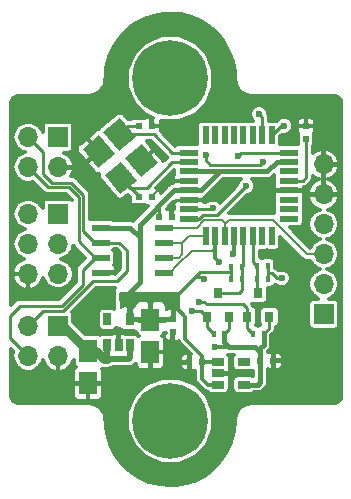
<source format=gbr>
G04 #@! TF.GenerationSoftware,KiCad,Pcbnew,(5.0.2)-1*
G04 #@! TF.CreationDate,2019-03-06T20:32:53+00:00*
G04 #@! TF.ProjectId,distanced,64697374-616e-4636-9564-2e6b69636164,rev?*
G04 #@! TF.SameCoordinates,Original*
G04 #@! TF.FileFunction,Copper,L2,Bot*
G04 #@! TF.FilePolarity,Positive*
%FSLAX46Y46*%
G04 Gerber Fmt 4.6, Leading zero omitted, Abs format (unit mm)*
G04 Created by KiCad (PCBNEW (5.0.2)-1) date 06/03/2019 20:32:53*
%MOMM*%
%LPD*%
G01*
G04 APERTURE LIST*
G04 #@! TA.AperFunction,ComponentPad*
%ADD10R,1.700000X1.700000*%
G04 #@! TD*
G04 #@! TA.AperFunction,ComponentPad*
%ADD11O,1.700000X1.700000*%
G04 #@! TD*
G04 #@! TA.AperFunction,ComponentPad*
%ADD12C,6.400000*%
G04 #@! TD*
G04 #@! TA.AperFunction,SMDPad,CuDef*
%ADD13R,0.500000X0.600000*%
G04 #@! TD*
G04 #@! TA.AperFunction,SMDPad,CuDef*
%ADD14R,0.600000X0.500000*%
G04 #@! TD*
G04 #@! TA.AperFunction,SMDPad,CuDef*
%ADD15R,0.400000X0.600000*%
G04 #@! TD*
G04 #@! TA.AperFunction,SMDPad,CuDef*
%ADD16R,1.550000X0.600000*%
G04 #@! TD*
G04 #@! TA.AperFunction,SMDPad,CuDef*
%ADD17R,1.600000X0.550000*%
G04 #@! TD*
G04 #@! TA.AperFunction,SMDPad,CuDef*
%ADD18R,0.550000X1.600000*%
G04 #@! TD*
G04 #@! TA.AperFunction,SMDPad,CuDef*
%ADD19R,0.650000X1.060000*%
G04 #@! TD*
G04 #@! TA.AperFunction,SMDPad,CuDef*
%ADD20R,1.500000X1.950000*%
G04 #@! TD*
G04 #@! TA.AperFunction,SMDPad,CuDef*
%ADD21R,0.800000X0.900000*%
G04 #@! TD*
G04 #@! TA.AperFunction,SMDPad,CuDef*
%ADD22R,1.060000X0.650000*%
G04 #@! TD*
G04 #@! TA.AperFunction,SMDPad,CuDef*
%ADD23C,1.800000*%
G04 #@! TD*
G04 #@! TA.AperFunction,Conductor*
%ADD24C,0.150000*%
G04 #@! TD*
G04 #@! TA.AperFunction,ViaPad*
%ADD25C,0.600000*%
G04 #@! TD*
G04 #@! TA.AperFunction,Conductor*
%ADD26C,0.250000*%
G04 #@! TD*
G04 #@! TA.AperFunction,Conductor*
%ADD27C,0.300000*%
G04 #@! TD*
G04 #@! TA.AperFunction,Conductor*
%ADD28C,0.200000*%
G04 #@! TD*
G04 #@! TA.AperFunction,Conductor*
%ADD29C,0.500000*%
G04 #@! TD*
G04 #@! TA.AperFunction,Conductor*
%ADD30C,0.800000*%
G04 #@! TD*
G04 #@! TA.AperFunction,Conductor*
%ADD31C,0.400000*%
G04 #@! TD*
G04 APERTURE END LIST*
D10*
G04 #@! TO.P,J2,1*
G04 #@! TO.N,D12*
X138500000Y-81500000D03*
D11*
G04 #@! TO.P,J2,2*
G04 #@! TO.N,RAW*
X135960000Y-81500000D03*
G04 #@! TO.P,J2,3*
G04 #@! TO.N,D13*
X138500000Y-84040000D03*
G04 #@! TO.P,J2,4*
G04 #@! TO.N,D11*
X135960000Y-84040000D03*
G04 #@! TO.P,J2,5*
G04 #@! TO.N,DRT*
X138500000Y-86580000D03*
G04 #@! TO.P,J2,6*
G04 #@! TO.N,GNDREF*
X135960000Y-86580000D03*
G04 #@! TD*
D10*
G04 #@! TO.P,E1,1*
G04 #@! TO.N,RAW*
X138500000Y-91000000D03*
D11*
G04 #@! TO.P,E1,2*
G04 #@! TO.N,B*
X135960000Y-91000000D03*
G04 #@! TO.P,E1,3*
G04 #@! TO.N,GNDREF*
X138500000Y-93540000D03*
G04 #@! TO.P,E1,4*
G04 #@! TO.N,A*
X135960000Y-93540000D03*
G04 #@! TD*
D10*
G04 #@! TO.P,W1,1*
G04 #@! TO.N,RAW*
X138500000Y-75000000D03*
D11*
G04 #@! TO.P,W1,2*
G04 #@! TO.N,B*
X135960000Y-75000000D03*
G04 #@! TO.P,W1,3*
G04 #@! TO.N,GNDREF*
X138500000Y-77540000D03*
G04 #@! TO.P,W1,4*
G04 #@! TO.N,A*
X135960000Y-77540000D03*
G04 #@! TD*
D10*
G04 #@! TO.P,J1,1*
G04 #@! TO.N,DRT*
X161000000Y-90000000D03*
D11*
G04 #@! TO.P,J1,2*
G04 #@! TO.N,TXO*
X161000000Y-87460000D03*
G04 #@! TO.P,J1,3*
G04 #@! TO.N,RXI*
X161000000Y-84920000D03*
G04 #@! TO.P,J1,4*
G04 #@! TO.N,RAW*
X161000000Y-82380000D03*
G04 #@! TO.P,J1,5*
G04 #@! TO.N,GNDREF*
X161000000Y-79840000D03*
G04 #@! TO.P,J1,6*
X161000000Y-77300000D03*
G04 #@! TD*
D12*
G04 #@! TO.P,REF\002A\002A,1*
G04 #@! TO.N,N/C*
X148000000Y-99000000D03*
G04 #@! TD*
D13*
G04 #@! TO.P,C2,1*
G04 #@! TO.N,GNDREF*
X159500000Y-74060000D03*
G04 #@! TO.P,C2,2*
G04 #@! TO.N,Net-(C2-Pad2)*
X159500000Y-75160000D03*
G04 #@! TD*
G04 #@! TO.P,C4,1*
G04 #@! TO.N,+3V3*
X148250000Y-90425000D03*
G04 #@! TO.P,C4,2*
G04 #@! TO.N,GNDREF*
X148250000Y-91525000D03*
G04 #@! TD*
D14*
G04 #@! TO.P,C5,1*
G04 #@! TO.N,+3V3*
X147030000Y-81790000D03*
G04 #@! TO.P,C5,2*
G04 #@! TO.N,GNDREF*
X148130000Y-81790000D03*
G04 #@! TD*
G04 #@! TO.P,C7,1*
G04 #@! TO.N,Net-(C7-Pad1)*
X145325000Y-80050000D03*
G04 #@! TO.P,C7,2*
G04 #@! TO.N,GNDREF*
X146425000Y-80050000D03*
G04 #@! TD*
G04 #@! TO.P,C8,1*
G04 #@! TO.N,Net-(C8-Pad1)*
X145325000Y-74050000D03*
G04 #@! TO.P,C8,2*
G04 #@! TO.N,GNDREF*
X146425000Y-74050000D03*
G04 #@! TD*
D15*
G04 #@! TO.P,R2,1*
G04 #@! TO.N,+3V3*
X156250000Y-86975000D03*
G04 #@! TO.P,R2,2*
G04 #@! TO.N,A4*
X155350000Y-86975000D03*
G04 #@! TD*
G04 #@! TO.P,R3,1*
G04 #@! TO.N,+3V3*
X153175000Y-85950000D03*
G04 #@! TO.P,R3,2*
G04 #@! TO.N,A5*
X154075000Y-85950000D03*
G04 #@! TD*
D16*
G04 #@! TO.P,RS485,1*
G04 #@! TO.N,RXI*
X147500000Y-82645000D03*
G04 #@! TO.P,RS485,2*
G04 #@! TO.N,D2*
X147500000Y-83915000D03*
G04 #@! TO.P,RS485,3*
X147500000Y-85185000D03*
G04 #@! TO.P,RS485,4*
G04 #@! TO.N,TXO*
X147500000Y-86455000D03*
G04 #@! TO.P,RS485,5*
G04 #@! TO.N,GNDREF*
X142100000Y-86455000D03*
G04 #@! TO.P,RS485,6*
G04 #@! TO.N,A*
X142100000Y-85185000D03*
G04 #@! TO.P,RS485,7*
G04 #@! TO.N,B*
X142100000Y-83915000D03*
G04 #@! TO.P,RS485,8*
G04 #@! TO.N,+3V3*
X142100000Y-82645000D03*
G04 #@! TD*
D17*
G04 #@! TO.P,uC1,1*
G04 #@! TO.N,D3*
X149550000Y-81900000D03*
G04 #@! TO.P,uC1,2*
G04 #@! TO.N,D4*
X149550000Y-81100000D03*
G04 #@! TO.P,uC1,3*
G04 #@! TO.N,GNDREF*
X149550000Y-80300000D03*
G04 #@! TO.P,uC1,4*
G04 #@! TO.N,+3V3*
X149550000Y-79500000D03*
G04 #@! TO.P,uC1,5*
G04 #@! TO.N,GNDREF*
X149550000Y-78700000D03*
G04 #@! TO.P,uC1,6*
G04 #@! TO.N,+3V3*
X149550000Y-77900000D03*
G04 #@! TO.P,uC1,7*
G04 #@! TO.N,Net-(C7-Pad1)*
X149550000Y-77100000D03*
G04 #@! TO.P,uC1,8*
G04 #@! TO.N,Net-(C8-Pad1)*
X149550000Y-76300000D03*
D18*
G04 #@! TO.P,uC1,9*
G04 #@! TO.N,N/C*
X151000000Y-74850000D03*
G04 #@! TO.P,uC1,10*
X151800000Y-74850000D03*
G04 #@! TO.P,uC1,11*
X152600000Y-74850000D03*
G04 #@! TO.P,uC1,12*
X153400000Y-74850000D03*
G04 #@! TO.P,uC1,13*
X154200000Y-74850000D03*
G04 #@! TO.P,uC1,14*
X155000000Y-74850000D03*
G04 #@! TO.P,uC1,15*
G04 #@! TO.N,D11*
X155800000Y-74850000D03*
G04 #@! TO.P,uC1,16*
G04 #@! TO.N,D12*
X156600000Y-74850000D03*
D17*
G04 #@! TO.P,uC1,17*
G04 #@! TO.N,D13*
X158050000Y-76300000D03*
G04 #@! TO.P,uC1,18*
G04 #@! TO.N,+3V3*
X158050000Y-77100000D03*
G04 #@! TO.P,uC1,19*
G04 #@! TO.N,N/C*
X158050000Y-77900000D03*
G04 #@! TO.P,uC1,20*
G04 #@! TO.N,Net-(C2-Pad2)*
X158050000Y-78700000D03*
G04 #@! TO.P,uC1,21*
G04 #@! TO.N,GNDREF*
X158050000Y-79500000D03*
G04 #@! TO.P,uC1,22*
G04 #@! TO.N,N/C*
X158050000Y-80300000D03*
G04 #@! TO.P,uC1,23*
X158050000Y-81100000D03*
G04 #@! TO.P,uC1,24*
X158050000Y-81900000D03*
D18*
G04 #@! TO.P,uC1,25*
X156600000Y-83350000D03*
G04 #@! TO.P,uC1,26*
X155800000Y-83350000D03*
G04 #@! TO.P,uC1,27*
G04 #@! TO.N,A4*
X155000000Y-83350000D03*
G04 #@! TO.P,uC1,28*
G04 #@! TO.N,A5*
X154200000Y-83350000D03*
G04 #@! TO.P,uC1,29*
G04 #@! TO.N,Net-(C6-Pad1)*
X153400000Y-83350000D03*
G04 #@! TO.P,uC1,30*
G04 #@! TO.N,RXI*
X152600000Y-83350000D03*
G04 #@! TO.P,uC1,31*
G04 #@! TO.N,TXO*
X151800000Y-83350000D03*
G04 #@! TO.P,uC1,32*
G04 #@! TO.N,D2*
X151000000Y-83350000D03*
G04 #@! TD*
D19*
G04 #@! TO.P,Vreg1,1*
G04 #@! TO.N,RAW*
X144575000Y-92625000D03*
G04 #@! TO.P,Vreg1,2*
G04 #@! TO.N,GNDREF*
X143625000Y-92625000D03*
G04 #@! TO.P,Vreg1,3*
G04 #@! TO.N,RAW*
X142675000Y-92625000D03*
G04 #@! TO.P,Vreg1,4*
G04 #@! TO.N,N/C*
X142675000Y-90425000D03*
G04 #@! TO.P,Vreg1,5*
G04 #@! TO.N,+3V3*
X144575000Y-90425000D03*
G04 #@! TD*
D20*
G04 #@! TO.P,C1,1*
G04 #@! TO.N,RAW*
X141025000Y-93100000D03*
G04 #@! TO.P,C1,2*
G04 #@! TO.N,GNDREF*
X141025000Y-95850000D03*
G04 #@! TD*
G04 #@! TO.P,C3,1*
G04 #@! TO.N,+3V3*
X146325000Y-90450000D03*
G04 #@! TO.P,C3,2*
G04 #@! TO.N,GNDREF*
X146325000Y-93200000D03*
G04 #@! TD*
D14*
G04 #@! TO.P,C11,1*
G04 #@! TO.N,+3V3*
X150725000Y-94050000D03*
G04 #@! TO.P,C11,2*
G04 #@! TO.N,GNDREF*
X149625000Y-94050000D03*
G04 #@! TD*
G04 #@! TO.P,C12,1*
G04 #@! TO.N,+2V8*
X155625000Y-93925000D03*
G04 #@! TO.P,C12,2*
G04 #@! TO.N,GNDREF*
X156725000Y-93925000D03*
G04 #@! TD*
D21*
G04 #@! TO.P,Q1,1*
G04 #@! TO.N,+2V8*
X156400000Y-90200000D03*
G04 #@! TO.P,Q1,2*
G04 #@! TO.N,2.8_SDA*
X154500000Y-90200000D03*
G04 #@! TO.P,Q1,3*
G04 #@! TO.N,A4*
X155450000Y-88200000D03*
G04 #@! TD*
G04 #@! TO.P,Q2,1*
G04 #@! TO.N,+2V8*
X152975000Y-90200000D03*
G04 #@! TO.P,Q2,2*
G04 #@! TO.N,2.8_SCL*
X151075000Y-90200000D03*
G04 #@! TO.P,Q2,3*
G04 #@! TO.N,A5*
X152025000Y-88200000D03*
G04 #@! TD*
D15*
G04 #@! TO.P,R8,1*
G04 #@! TO.N,+2V8*
X155900000Y-91625000D03*
G04 #@! TO.P,R8,2*
G04 #@! TO.N,2.8_SDA*
X155000000Y-91625000D03*
G04 #@! TD*
G04 #@! TO.P,R9,1*
G04 #@! TO.N,+2V8*
X152575000Y-91650000D03*
G04 #@! TO.P,R9,2*
G04 #@! TO.N,2.8_SCL*
X151675000Y-91650000D03*
G04 #@! TD*
G04 #@! TO.P,R10,1*
G04 #@! TO.N,+3V3*
X156250000Y-85925000D03*
G04 #@! TO.P,R10,2*
G04 #@! TO.N,A4*
X155350000Y-85925000D03*
G04 #@! TD*
G04 #@! TO.P,R11,1*
G04 #@! TO.N,+3V3*
X153175000Y-87000000D03*
G04 #@! TO.P,R11,2*
G04 #@! TO.N,A5*
X154075000Y-87000000D03*
G04 #@! TD*
D22*
G04 #@! TO.P,U1,1*
G04 #@! TO.N,+3V3*
X152050000Y-95950000D03*
G04 #@! TO.P,U1,2*
G04 #@! TO.N,GNDREF*
X152050000Y-95000000D03*
G04 #@! TO.P,U1,3*
G04 #@! TO.N,+3V3*
X152050000Y-94050000D03*
G04 #@! TO.P,U1,4*
G04 #@! TO.N,N/C*
X154250000Y-94050000D03*
G04 #@! TO.P,U1,5*
G04 #@! TO.N,+2V8*
X154250000Y-95950000D03*
G04 #@! TD*
D23*
G04 #@! TO.P,Y1,1*
G04 #@! TO.N,Net-(C7-Pad1)*
X143801091Y-78449970D03*
D24*
G04 #@! TD*
G04 #@! TO.N,Net-(C7-Pad1)*
G04 #@! TO.C,Y1*
G36*
X145165458Y-78675808D02*
X143786578Y-79832826D01*
X142436724Y-78224132D01*
X143815604Y-77067114D01*
X145165458Y-78675808D01*
X145165458Y-78675808D01*
G37*
D23*
G04 #@! TO.P,Y1,2*
G04 #@! TO.N,GNDREF*
X141937007Y-76228441D03*
D24*
G04 #@! TD*
G04 #@! TO.N,GNDREF*
G04 #@! TO.C,Y1*
G36*
X143301374Y-76454279D02*
X141922494Y-77611297D01*
X140572640Y-76002603D01*
X141951520Y-74845585D01*
X143301374Y-76454279D01*
X143301374Y-76454279D01*
G37*
D23*
G04 #@! TO.P,Y1,3*
G04 #@! TO.N,Net-(C8-Pad1)*
X143698909Y-74750030D03*
D24*
G04 #@! TD*
G04 #@! TO.N,Net-(C8-Pad1)*
G04 #@! TO.C,Y1*
G36*
X145063276Y-74975868D02*
X143684396Y-76132886D01*
X142334542Y-74524192D01*
X143713422Y-73367174D01*
X145063276Y-74975868D01*
X145063276Y-74975868D01*
G37*
D23*
G04 #@! TO.P,Y1,4*
G04 #@! TO.N,GNDREF*
X145562993Y-76971559D03*
D24*
G04 #@! TD*
G04 #@! TO.N,GNDREF*
G04 #@! TO.C,Y1*
G36*
X146927360Y-77197397D02*
X145548480Y-78354415D01*
X144198626Y-76745721D01*
X145577506Y-75588703D01*
X146927360Y-77197397D01*
X146927360Y-77197397D01*
G37*
D12*
G04 #@! TO.P,REF\002A\002A,1*
G04 #@! TO.N,N/C*
X148000000Y-70000000D03*
G04 #@! TD*
D25*
G04 #@! TO.N,GNDREF*
X143625000Y-86025000D03*
X148160000Y-92310000D03*
X152020000Y-79970000D03*
X147580000Y-78820000D03*
X156520000Y-89040000D03*
X144000000Y-81510000D03*
X147410000Y-76650000D03*
X141640000Y-89080000D03*
X140110000Y-85240000D03*
X139870000Y-87150000D03*
G04 #@! TO.N,Net-(C6-Pad1)*
X153350000Y-84875000D03*
X151000000Y-76500000D03*
X155820000Y-77080000D03*
G04 #@! TO.N,D13*
X153720000Y-76600000D03*
G04 #@! TO.N,D3*
X154430000Y-79140000D03*
G04 #@! TO.N,D4*
X151630000Y-81005000D03*
G04 #@! TO.N,TXO*
X152150000Y-85600000D03*
G04 #@! TO.N,D11*
X155540000Y-73040000D03*
G04 #@! TO.N,D12*
X157670000Y-74040000D03*
G04 #@! TO.N,+3V3*
X150900000Y-86975000D03*
X157450000Y-86950000D03*
G04 #@! TO.N,+2V8*
X151830000Y-92750000D03*
G04 #@! TO.N,2.8_SDA*
X150450000Y-88930000D03*
G04 #@! TO.N,2.8_SCL*
X149810000Y-89710000D03*
G04 #@! TD*
D26*
G04 #@! TO.N,GNDREF*
X142100000Y-86455000D02*
X143195000Y-86455000D01*
X143195000Y-86455000D02*
X143625000Y-86025000D01*
X148130000Y-81290000D02*
X148130000Y-81790000D01*
X148130000Y-80670000D02*
X148130000Y-81290000D01*
X148500000Y-80300000D02*
X148130000Y-80670000D01*
X149550000Y-80300000D02*
X148500000Y-80300000D01*
D27*
X148160000Y-91615000D02*
X148250000Y-91525000D01*
X148160000Y-92310000D02*
X148160000Y-91615000D01*
D26*
X149550000Y-80300000D02*
X151690000Y-80300000D01*
X151690000Y-80300000D02*
X152020000Y-79970000D01*
X149550000Y-78700000D02*
X147700000Y-78700000D01*
X147700000Y-78700000D02*
X147580000Y-78820000D01*
D28*
X146425000Y-79975000D02*
X147580000Y-78820000D01*
X146425000Y-80050000D02*
X146425000Y-79975000D01*
D29*
G04 #@! TO.N,RAW*
X142675000Y-92625000D02*
X142675000Y-93775000D01*
X144455000Y-93775000D02*
X142675000Y-93775000D01*
X144575000Y-93655000D02*
X144455000Y-93775000D01*
X144575000Y-92625000D02*
X144575000Y-93655000D01*
D30*
X141025000Y-93100000D02*
X141725000Y-93100000D01*
X142400000Y-93775000D02*
X142675000Y-93775000D01*
X141725000Y-93100000D02*
X142400000Y-93775000D01*
X138925000Y-91000000D02*
X141025000Y-93100000D01*
X138500000Y-91000000D02*
X138925000Y-91000000D01*
D26*
G04 #@! TO.N,Net-(C2-Pad2)*
X159200000Y-78700000D02*
X158050000Y-78700000D01*
X159500000Y-78400000D02*
X159200000Y-78700000D01*
X159500000Y-75160000D02*
X159500000Y-76010000D01*
X159500000Y-75725000D02*
X159500000Y-76010000D01*
X159500000Y-76010000D02*
X159500000Y-78400000D01*
D27*
G04 #@! TO.N,Net-(C6-Pad1)*
X153400000Y-84825000D02*
X153350000Y-84875000D01*
X153400000Y-83350000D02*
X153400000Y-84825000D01*
D26*
X151000000Y-76924264D02*
X151385736Y-77310000D01*
X151000000Y-76500000D02*
X151000000Y-76924264D01*
X151385736Y-77310000D02*
X155590000Y-77310000D01*
X155590000Y-77310000D02*
X155820000Y-77080000D01*
G04 #@! TO.N,Net-(C7-Pad1)*
X149550000Y-77100000D02*
X148175000Y-77100000D01*
X144617099Y-79265978D02*
X143801091Y-78449970D01*
X146009022Y-79265978D02*
X144617099Y-79265978D01*
X148175000Y-77100000D02*
X146009022Y-79265978D01*
X145325000Y-79973879D02*
X143801091Y-78449970D01*
X145325000Y-80050000D02*
X145325000Y-79973879D01*
G04 #@! TO.N,Net-(C8-Pad1)*
X143698909Y-74750030D02*
X146600030Y-74750030D01*
X148150000Y-76300000D02*
X149550000Y-76300000D01*
X146600030Y-74750030D02*
X148150000Y-76300000D01*
X144398939Y-74050000D02*
X143698909Y-74750030D01*
X145325000Y-74050000D02*
X144398939Y-74050000D01*
G04 #@! TO.N,D13*
X158020001Y-76270001D02*
X158050000Y-76300000D01*
X154020000Y-76300000D02*
X158050000Y-76300000D01*
X153720000Y-76600000D02*
X154020000Y-76300000D01*
G04 #@! TO.N,D3*
X150469656Y-81900000D02*
X150789656Y-81580000D01*
X149550000Y-81900000D02*
X150469656Y-81900000D01*
X150789656Y-81580000D02*
X151990000Y-81580000D01*
X151990000Y-81580000D02*
X154430000Y-79140000D01*
G04 #@! TO.N,D4*
X149550000Y-81100000D02*
X151535000Y-81100000D01*
X151535000Y-81100000D02*
X151630000Y-81005000D01*
G04 #@! TO.N,A4*
X155000000Y-85575000D02*
X155350000Y-85925000D01*
X155000000Y-83350000D02*
X155000000Y-85575000D01*
X155350000Y-88100000D02*
X155450000Y-88200000D01*
X155350000Y-86975000D02*
X155350000Y-88100000D01*
X155350000Y-85925000D02*
X155350000Y-86975000D01*
G04 #@! TO.N,A5*
X154200000Y-85825000D02*
X154075000Y-85950000D01*
X154200000Y-83350000D02*
X154200000Y-85825000D01*
X154075000Y-85950000D02*
X154075000Y-87000000D01*
X154075000Y-87000000D02*
X154075000Y-87950000D01*
X153825000Y-88200000D02*
X152025000Y-88200000D01*
X154075000Y-87950000D02*
X153825000Y-88200000D01*
D28*
G04 #@! TO.N,RXI*
X150255000Y-82645000D02*
X150900000Y-82000000D01*
X147500000Y-82645000D02*
X150255000Y-82645000D01*
X150900000Y-82000000D02*
X152375000Y-82000000D01*
X152600000Y-82225000D02*
X152600000Y-83350000D01*
X152375000Y-82000000D02*
X152600000Y-82225000D01*
X152600000Y-82350000D02*
X152975000Y-81975000D01*
X152600000Y-83350000D02*
X152600000Y-82350000D01*
X159797919Y-84920000D02*
X161000000Y-84920000D01*
X159620000Y-84920000D02*
X159797919Y-84920000D01*
X156675000Y-81975000D02*
X159620000Y-84920000D01*
X152975000Y-81975000D02*
X156675000Y-81975000D01*
G04 #@! TO.N,D2*
X151000000Y-83350000D02*
X149600000Y-83350000D01*
X149035000Y-83915000D02*
X147500000Y-83915000D01*
X149600000Y-83350000D02*
X149035000Y-83915000D01*
X149035000Y-83915000D02*
X149035000Y-84915000D01*
X148765000Y-85185000D02*
X147500000Y-85185000D01*
X149035000Y-84915000D02*
X148765000Y-85185000D01*
G04 #@! TO.N,TXO*
X151800000Y-84350000D02*
X151525000Y-84625000D01*
X151800000Y-83350000D02*
X151800000Y-84350000D01*
X151525000Y-84625000D02*
X149825000Y-84625000D01*
X149825000Y-84625000D02*
X148600000Y-85850000D01*
X147975000Y-86455000D02*
X147500000Y-86455000D01*
X148580000Y-85850000D02*
X147975000Y-86455000D01*
X148600000Y-85850000D02*
X148580000Y-85850000D01*
D27*
X151800000Y-83350000D02*
X151800000Y-85250000D01*
X151800000Y-85250000D02*
X152150000Y-85600000D01*
D26*
G04 #@! TO.N,A*
X135960000Y-93540000D02*
X134420000Y-92000000D01*
X134420000Y-92000000D02*
X134420000Y-90105000D01*
X134420000Y-90105000D02*
X135250000Y-89275000D01*
X135250000Y-89275000D02*
X138800000Y-89275000D01*
X138800000Y-89275000D02*
X140600000Y-87475000D01*
X140600000Y-86210000D02*
X141625000Y-85185000D01*
X140600000Y-87475000D02*
X140600000Y-86210000D01*
X137670010Y-79250010D02*
X137834311Y-79250010D01*
X135960000Y-77540000D02*
X137670010Y-79250010D01*
X137834311Y-79250010D02*
X139450010Y-79250010D01*
X141625000Y-85185000D02*
X142100000Y-85185000D01*
X140249990Y-83809990D02*
X141625000Y-85185000D01*
X140249990Y-80049990D02*
X140249990Y-83809990D01*
X139450010Y-79250010D02*
X140249990Y-80049990D01*
G04 #@! TO.N,B*
X135960000Y-75000000D02*
X137225000Y-76265000D01*
X137225000Y-76265000D02*
X137225000Y-78075000D01*
X137225000Y-78075000D02*
X138000000Y-78850000D01*
X138000000Y-78850000D02*
X139625000Y-78850000D01*
X139625000Y-78850000D02*
X140650000Y-79875000D01*
X140650000Y-82940000D02*
X141625000Y-83915000D01*
X140650000Y-79875000D02*
X140650000Y-82940000D01*
X141625000Y-83915000D02*
X142100000Y-83915000D01*
X135960000Y-91000000D02*
X137235000Y-89725000D01*
X137235000Y-89725000D02*
X138950000Y-89725000D01*
X138950000Y-89725000D02*
X141500000Y-87175000D01*
X141500000Y-87175000D02*
X143525000Y-87175000D01*
X143525000Y-87175000D02*
X144350000Y-86350000D01*
X144350000Y-86350000D02*
X144350000Y-84575000D01*
X143690000Y-83915000D02*
X142100000Y-83915000D01*
X144350000Y-84575000D02*
X143690000Y-83915000D01*
G04 #@! TO.N,D11*
X155800000Y-73300000D02*
X155800000Y-74850000D01*
X155540000Y-73040000D02*
X155800000Y-73300000D01*
G04 #@! TO.N,D12*
X157410000Y-74040000D02*
X156600000Y-74850000D01*
X157670000Y-74040000D02*
X157410000Y-74040000D01*
D27*
G04 #@! TO.N,+3V3*
X152050000Y-94050000D02*
X150725000Y-94050000D01*
X150725000Y-94600000D02*
X150725000Y-94050000D01*
X150725000Y-95455000D02*
X150725000Y-94600000D01*
X151220000Y-95950000D02*
X150725000Y-95455000D01*
X152050000Y-95950000D02*
X151220000Y-95950000D01*
D31*
X151845000Y-94050000D02*
X152050000Y-94050000D01*
D27*
X150725000Y-93500000D02*
X149275000Y-92050000D01*
X150725000Y-94050000D02*
X150725000Y-93500000D01*
X149275000Y-92050000D02*
X149275000Y-90225000D01*
X149275000Y-90225000D02*
X148450000Y-89400000D01*
X148250000Y-89600000D02*
X148250000Y-90425000D01*
X148450000Y-89400000D02*
X148250000Y-89600000D01*
X142100000Y-82645000D02*
X143175000Y-82645000D01*
X144925000Y-89245000D02*
X144575000Y-89595000D01*
X144575000Y-89775000D02*
X144575000Y-90425000D01*
D31*
X144575000Y-89775000D02*
X144575000Y-88100000D01*
D27*
X144575000Y-89595000D02*
X144575000Y-89775000D01*
D31*
X144575000Y-88100000D02*
X145400000Y-87275000D01*
X148350000Y-79500000D02*
X145400000Y-82450000D01*
X149550000Y-79500000D02*
X148350000Y-79500000D01*
X144570000Y-82645000D02*
X145400000Y-83475000D01*
X142100000Y-82645000D02*
X144570000Y-82645000D01*
X145400000Y-82450000D02*
X145400000Y-83475000D01*
X145400000Y-83475000D02*
X145400000Y-87275000D01*
D26*
X153175000Y-86400000D02*
X153175000Y-87000000D01*
X153175000Y-86400000D02*
X150500000Y-86400000D01*
X153175000Y-85950000D02*
X153175000Y-86400000D01*
X148450000Y-88450000D02*
X148450000Y-89400000D01*
X150725000Y-86800000D02*
X150900000Y-86975000D01*
X150100000Y-86800000D02*
X148450000Y-88450000D01*
X150100000Y-86800000D02*
X150725000Y-86800000D01*
X150500000Y-86400000D02*
X150100000Y-86800000D01*
X157450000Y-86950000D02*
X157025736Y-86950000D01*
X156575736Y-86500000D02*
X156250000Y-86500000D01*
X157025736Y-86950000D02*
X156575736Y-86500000D01*
X156250000Y-85925000D02*
X156250000Y-86500000D01*
X156250000Y-86500000D02*
X156250000Y-86975000D01*
X147030000Y-80820000D02*
X148350000Y-79500000D01*
X147030000Y-81790000D02*
X147030000Y-80820000D01*
D31*
X150600000Y-77900000D02*
X149550000Y-77900000D01*
X157000000Y-77100000D02*
X156200000Y-77900000D01*
X158050000Y-77100000D02*
X157000000Y-77100000D01*
D26*
X152200000Y-77900000D02*
X154460000Y-77900000D01*
D31*
X150600000Y-79500000D02*
X152200000Y-77900000D01*
X149550000Y-79500000D02*
X150600000Y-79500000D01*
X156200000Y-77900000D02*
X154460000Y-77900000D01*
X154460000Y-77900000D02*
X150600000Y-77900000D01*
D26*
G04 #@! TO.N,+2V8*
X156400000Y-91125000D02*
X155900000Y-91625000D01*
X156400000Y-90200000D02*
X156400000Y-91125000D01*
X152975000Y-91250000D02*
X152575000Y-91650000D01*
X152975000Y-90200000D02*
X152975000Y-91250000D01*
X152575000Y-91650000D02*
X152575000Y-91750000D01*
D31*
X155625000Y-93925000D02*
X155625000Y-95725000D01*
X155400000Y-95950000D02*
X154250000Y-95950000D01*
X155625000Y-95725000D02*
X155400000Y-95950000D01*
X152575000Y-92350000D02*
X153000000Y-92775000D01*
X152575000Y-91650000D02*
X152575000Y-92350000D01*
X155625000Y-93225000D02*
X155625000Y-93925000D01*
X155175000Y-92775000D02*
X155625000Y-93225000D01*
X155625000Y-93225000D02*
X155625000Y-92875000D01*
X155900000Y-92600000D02*
X155900000Y-91625000D01*
X155625000Y-92875000D02*
X155900000Y-92600000D01*
D27*
X153775000Y-92750000D02*
X151830000Y-92750000D01*
X153800000Y-92775000D02*
X153775000Y-92750000D01*
D31*
X153800000Y-92775000D02*
X155175000Y-92775000D01*
X153000000Y-92775000D02*
X153800000Y-92775000D01*
D26*
G04 #@! TO.N,2.8_SDA*
X154500000Y-91125000D02*
X155000000Y-91625000D01*
X154500000Y-90200000D02*
X154500000Y-91125000D01*
X150874264Y-88930000D02*
X151084264Y-89140000D01*
X150450000Y-88930000D02*
X150874264Y-88930000D01*
X151084264Y-89140000D02*
X154160000Y-89140000D01*
X154500000Y-89480000D02*
X154500000Y-90200000D01*
X154160000Y-89140000D02*
X154500000Y-89480000D01*
G04 #@! TO.N,2.8_SCL*
X151075000Y-91050000D02*
X151675000Y-91650000D01*
X151075000Y-90200000D02*
X151075000Y-91050000D01*
X150585000Y-89710000D02*
X151075000Y-90200000D01*
X149810000Y-89710000D02*
X150585000Y-89710000D01*
G04 #@! TD*
D28*
G04 #@! TO.N,+3V3*
G36*
X148700000Y-89549748D02*
X148620938Y-89517000D01*
X148527000Y-89517000D01*
X148375000Y-89669000D01*
X148375000Y-90275000D01*
X148424000Y-90275000D01*
X148424000Y-90575000D01*
X148375000Y-90575000D01*
X148375000Y-90599000D01*
X148125000Y-90599000D01*
X148125000Y-90575000D01*
X147544000Y-90575000D01*
X147515000Y-90604000D01*
X146479000Y-90604000D01*
X146479000Y-90624000D01*
X146171000Y-90624000D01*
X146171000Y-90604000D01*
X145381000Y-90604000D01*
X145356000Y-90579000D01*
X144729000Y-90579000D01*
X144729000Y-90599000D01*
X144421000Y-90599000D01*
X144421000Y-90579000D01*
X144401000Y-90579000D01*
X144401000Y-90271000D01*
X144421000Y-90271000D01*
X144421000Y-89439000D01*
X144729000Y-89439000D01*
X144729000Y-90271000D01*
X145094000Y-90271000D01*
X145119000Y-90296000D01*
X146171000Y-90296000D01*
X146171000Y-89019000D01*
X146479000Y-89019000D01*
X146479000Y-90296000D01*
X147531000Y-90296000D01*
X147552000Y-90275000D01*
X148125000Y-90275000D01*
X148125000Y-89669000D01*
X147973000Y-89517000D01*
X147879062Y-89517000D01*
X147683000Y-89598211D01*
X147683000Y-89354061D01*
X147590437Y-89130595D01*
X147419404Y-88959562D01*
X147195938Y-88867000D01*
X146631000Y-88867000D01*
X146479000Y-89019000D01*
X146171000Y-89019000D01*
X146019000Y-88867000D01*
X145454062Y-88867000D01*
X145230596Y-88959562D01*
X145059563Y-89130595D01*
X144994778Y-89287000D01*
X144881000Y-89287000D01*
X144729000Y-89439000D01*
X144421000Y-89439000D01*
X144269000Y-89287000D01*
X144129062Y-89287000D01*
X143905596Y-89379562D01*
X143798522Y-89486636D01*
X143776650Y-88150000D01*
X148700000Y-88150000D01*
X148700000Y-89549748D01*
X148700000Y-89549748D01*
G37*
X148700000Y-89549748D02*
X148620938Y-89517000D01*
X148527000Y-89517000D01*
X148375000Y-89669000D01*
X148375000Y-90275000D01*
X148424000Y-90275000D01*
X148424000Y-90575000D01*
X148375000Y-90575000D01*
X148375000Y-90599000D01*
X148125000Y-90599000D01*
X148125000Y-90575000D01*
X147544000Y-90575000D01*
X147515000Y-90604000D01*
X146479000Y-90604000D01*
X146479000Y-90624000D01*
X146171000Y-90624000D01*
X146171000Y-90604000D01*
X145381000Y-90604000D01*
X145356000Y-90579000D01*
X144729000Y-90579000D01*
X144729000Y-90599000D01*
X144421000Y-90599000D01*
X144421000Y-90579000D01*
X144401000Y-90579000D01*
X144401000Y-90271000D01*
X144421000Y-90271000D01*
X144421000Y-89439000D01*
X144729000Y-89439000D01*
X144729000Y-90271000D01*
X145094000Y-90271000D01*
X145119000Y-90296000D01*
X146171000Y-90296000D01*
X146171000Y-89019000D01*
X146479000Y-89019000D01*
X146479000Y-90296000D01*
X147531000Y-90296000D01*
X147552000Y-90275000D01*
X148125000Y-90275000D01*
X148125000Y-89669000D01*
X147973000Y-89517000D01*
X147879062Y-89517000D01*
X147683000Y-89598211D01*
X147683000Y-89354061D01*
X147590437Y-89130595D01*
X147419404Y-88959562D01*
X147195938Y-88867000D01*
X146631000Y-88867000D01*
X146479000Y-89019000D01*
X146171000Y-89019000D01*
X146019000Y-88867000D01*
X145454062Y-88867000D01*
X145230596Y-88959562D01*
X145059563Y-89130595D01*
X144994778Y-89287000D01*
X144881000Y-89287000D01*
X144729000Y-89439000D01*
X144421000Y-89439000D01*
X144269000Y-89287000D01*
X144129062Y-89287000D01*
X143905596Y-89379562D01*
X143798522Y-89486636D01*
X143776650Y-88150000D01*
X148700000Y-88150000D01*
X148700000Y-89549748D01*
D27*
G04 #@! TO.N,GNDREF*
G36*
X148893922Y-64600265D02*
X149763832Y-64818771D01*
X150586381Y-65176426D01*
X151339463Y-65663617D01*
X152002864Y-66267266D01*
X152558767Y-66971161D01*
X152992242Y-67756398D01*
X153291645Y-68601887D01*
X153450554Y-69493994D01*
X153475583Y-70024731D01*
X153485088Y-70097915D01*
X153485088Y-70102422D01*
X153561207Y-70485100D01*
X153561207Y-70485105D01*
X153639598Y-70674357D01*
X153856370Y-70998779D01*
X153856371Y-70998782D01*
X154001219Y-71143629D01*
X154325640Y-71360399D01*
X154325643Y-71360402D01*
X154514895Y-71438792D01*
X154795155Y-71494539D01*
X154948294Y-71525000D01*
X161948294Y-71525000D01*
X162177838Y-71570659D01*
X162328602Y-71671396D01*
X162429341Y-71822163D01*
X162475000Y-72051706D01*
X162475001Y-96948289D01*
X162429341Y-97177837D01*
X162328602Y-97328604D01*
X162177838Y-97429341D01*
X161948294Y-97475000D01*
X154948294Y-97475000D01*
X154897488Y-97485106D01*
X154514895Y-97561208D01*
X154325643Y-97639598D01*
X154325640Y-97639601D01*
X154001219Y-97856371D01*
X153856371Y-98001218D01*
X153856371Y-98001219D01*
X153639598Y-98325643D01*
X153561207Y-98514895D01*
X153561207Y-98514900D01*
X153485088Y-98897578D01*
X153485088Y-98906913D01*
X153477973Y-98944212D01*
X153476765Y-98956983D01*
X153399735Y-99893922D01*
X153181227Y-100763838D01*
X152823574Y-101586381D01*
X152336383Y-102339463D01*
X151732734Y-103002864D01*
X151028839Y-103558767D01*
X150243601Y-103992242D01*
X149398112Y-104291646D01*
X148506006Y-104450554D01*
X148009186Y-104473984D01*
X147106078Y-104399735D01*
X146236162Y-104181227D01*
X145413619Y-103823574D01*
X144660537Y-103336383D01*
X143997136Y-102732734D01*
X143441233Y-102028839D01*
X143007758Y-101243601D01*
X142708354Y-100398112D01*
X142549446Y-99506006D01*
X142524417Y-98975269D01*
X142514912Y-98902085D01*
X142514912Y-98897578D01*
X142438792Y-98514895D01*
X142360402Y-98325643D01*
X142360399Y-98325640D01*
X142325875Y-98273970D01*
X144350000Y-98273970D01*
X144350000Y-99726030D01*
X144905679Y-101067559D01*
X145932441Y-102094321D01*
X147273970Y-102650000D01*
X148726030Y-102650000D01*
X150067559Y-102094321D01*
X151094321Y-101067559D01*
X151650000Y-99726030D01*
X151650000Y-98273970D01*
X151094321Y-96932441D01*
X150067559Y-95905679D01*
X148726030Y-95350000D01*
X147273970Y-95350000D01*
X145932441Y-95905679D01*
X144905679Y-96932441D01*
X144350000Y-98273970D01*
X142325875Y-98273970D01*
X142143629Y-98001219D01*
X141998782Y-97856371D01*
X141998779Y-97856370D01*
X141674357Y-97639598D01*
X141485105Y-97561207D01*
X141485100Y-97561207D01*
X141102513Y-97485106D01*
X141051706Y-97475000D01*
X135051706Y-97475000D01*
X134822163Y-97429341D01*
X134671396Y-97328602D01*
X134570659Y-97177838D01*
X134525000Y-96948294D01*
X134525000Y-96000000D01*
X139775000Y-96000000D01*
X139775000Y-96924456D01*
X139851120Y-97108227D01*
X139991773Y-97248879D01*
X140175544Y-97325000D01*
X140875000Y-97325000D01*
X141000000Y-97200000D01*
X141000000Y-95875000D01*
X141050000Y-95875000D01*
X141050000Y-97200000D01*
X141175000Y-97325000D01*
X141874456Y-97325000D01*
X142058227Y-97248879D01*
X142198880Y-97108227D01*
X142275000Y-96924456D01*
X142275000Y-96000000D01*
X142150000Y-95875000D01*
X141050000Y-95875000D01*
X141000000Y-95875000D01*
X139900000Y-95875000D01*
X139775000Y-96000000D01*
X134525000Y-96000000D01*
X134525000Y-92918172D01*
X134719527Y-93112700D01*
X134634532Y-93540000D01*
X134735427Y-94047235D01*
X135022753Y-94477247D01*
X135452765Y-94764573D01*
X135831963Y-94840000D01*
X136088037Y-94840000D01*
X136467235Y-94764573D01*
X136897247Y-94477247D01*
X137184573Y-94047235D01*
X137213296Y-93902834D01*
X137393318Y-94313150D01*
X137773431Y-94677806D01*
X138264157Y-94869242D01*
X138475000Y-94764771D01*
X138475000Y-93565000D01*
X138455000Y-93565000D01*
X138455000Y-93515000D01*
X138475000Y-93515000D01*
X138475000Y-93495000D01*
X138525000Y-93495000D01*
X138525000Y-93515000D01*
X138545000Y-93515000D01*
X138545000Y-93565000D01*
X138525000Y-93565000D01*
X138525000Y-94764771D01*
X138735843Y-94869242D01*
X139226569Y-94677806D01*
X139606682Y-94313150D01*
X139816184Y-93835642D01*
X139816184Y-94075000D01*
X139851109Y-94250581D01*
X139950568Y-94399432D01*
X140014091Y-94441877D01*
X139991773Y-94451121D01*
X139851120Y-94591773D01*
X139775000Y-94775544D01*
X139775000Y-95700000D01*
X139900000Y-95825000D01*
X141000000Y-95825000D01*
X141000000Y-95805000D01*
X141050000Y-95805000D01*
X141050000Y-95825000D01*
X142150000Y-95825000D01*
X142275000Y-95700000D01*
X142275000Y-94775544D01*
X142203337Y-94602533D01*
X142316285Y-94625000D01*
X142399999Y-94641652D01*
X142483713Y-94625000D01*
X142758715Y-94625000D01*
X143006653Y-94575682D01*
X143157335Y-94475000D01*
X144386065Y-94475000D01*
X144455000Y-94488712D01*
X144523935Y-94475000D01*
X144523940Y-94475000D01*
X144728126Y-94434385D01*
X144959671Y-94279671D01*
X144998725Y-94221223D01*
X145021223Y-94198725D01*
X145075000Y-94162792D01*
X145075000Y-94274456D01*
X145151120Y-94458227D01*
X145291773Y-94598879D01*
X145475544Y-94675000D01*
X146175000Y-94675000D01*
X146300000Y-94550000D01*
X146300000Y-93225000D01*
X146350000Y-93225000D01*
X146350000Y-94550000D01*
X146475000Y-94675000D01*
X147174456Y-94675000D01*
X147358227Y-94598879D01*
X147498880Y-94458227D01*
X147575000Y-94274456D01*
X147575000Y-94200000D01*
X148825000Y-94200000D01*
X148825000Y-94399456D01*
X148901121Y-94583227D01*
X149041773Y-94723880D01*
X149225544Y-94800000D01*
X149475000Y-94800000D01*
X149600000Y-94675000D01*
X149600000Y-94075000D01*
X148950000Y-94075000D01*
X148825000Y-94200000D01*
X147575000Y-94200000D01*
X147575000Y-93700544D01*
X148825000Y-93700544D01*
X148825000Y-93900000D01*
X148950000Y-94025000D01*
X149600000Y-94025000D01*
X149600000Y-93425000D01*
X149475000Y-93300000D01*
X149225544Y-93300000D01*
X149041773Y-93376120D01*
X148901121Y-93516773D01*
X148825000Y-93700544D01*
X147575000Y-93700544D01*
X147575000Y-93350000D01*
X147450000Y-93225000D01*
X146350000Y-93225000D01*
X146300000Y-93225000D01*
X146280000Y-93225000D01*
X146280000Y-93175000D01*
X146300000Y-93175000D01*
X146300000Y-93155000D01*
X146350000Y-93155000D01*
X146350000Y-93175000D01*
X147450000Y-93175000D01*
X147575000Y-93050000D01*
X147575000Y-92125544D01*
X147498880Y-91941773D01*
X147358227Y-91801121D01*
X147335909Y-91791877D01*
X147399432Y-91749432D01*
X147498891Y-91600581D01*
X147508952Y-91550002D01*
X147624998Y-91550002D01*
X147500000Y-91675000D01*
X147500000Y-91924456D01*
X147576120Y-92108227D01*
X147716773Y-92248879D01*
X147900544Y-92325000D01*
X148100000Y-92325000D01*
X148225000Y-92200000D01*
X148225000Y-91550000D01*
X148205000Y-91550000D01*
X148205000Y-91500000D01*
X148225000Y-91500000D01*
X148225000Y-91480000D01*
X148275000Y-91480000D01*
X148275000Y-91500000D01*
X148295000Y-91500000D01*
X148295000Y-91550000D01*
X148275000Y-91550000D01*
X148275000Y-92200000D01*
X148400000Y-92325000D01*
X148599456Y-92325000D01*
X148708927Y-92279655D01*
X148709813Y-92284107D01*
X148842425Y-92482575D01*
X148892522Y-92516049D01*
X149725736Y-93349264D01*
X149650000Y-93425000D01*
X149650000Y-94025000D01*
X149670000Y-94025000D01*
X149670000Y-94075000D01*
X149650000Y-94075000D01*
X149650000Y-94675000D01*
X149775000Y-94800000D01*
X150024456Y-94800000D01*
X150125000Y-94758354D01*
X150125000Y-95395914D01*
X150113247Y-95455000D01*
X150125000Y-95514086D01*
X150125000Y-95514090D01*
X150159813Y-95689107D01*
X150292425Y-95887575D01*
X150342521Y-95921048D01*
X150753953Y-96332481D01*
X150787425Y-96382575D01*
X150837519Y-96416047D01*
X150985891Y-96515187D01*
X151027687Y-96523501D01*
X151160909Y-96550000D01*
X151160912Y-96550000D01*
X151162788Y-96550373D01*
X151195568Y-96599432D01*
X151344419Y-96698891D01*
X151520000Y-96733816D01*
X152580000Y-96733816D01*
X152755581Y-96698891D01*
X152904432Y-96599432D01*
X153003891Y-96450581D01*
X153038816Y-96275000D01*
X153038816Y-95625000D01*
X153025228Y-95556687D01*
X153080000Y-95424456D01*
X153080000Y-95150000D01*
X152955000Y-95025000D01*
X152075000Y-95025000D01*
X152075000Y-95045000D01*
X152025000Y-95045000D01*
X152025000Y-95025000D01*
X152005000Y-95025000D01*
X152005000Y-94975000D01*
X152025000Y-94975000D01*
X152025000Y-94955000D01*
X152075000Y-94955000D01*
X152075000Y-94975000D01*
X152955000Y-94975000D01*
X153080000Y-94850000D01*
X153080000Y-94575544D01*
X153025228Y-94443313D01*
X153038816Y-94375000D01*
X153038816Y-93725000D01*
X153003891Y-93549419D01*
X152918423Y-93421507D01*
X153000000Y-93437734D01*
X153064018Y-93425000D01*
X153379243Y-93425000D01*
X153296109Y-93549419D01*
X153261184Y-93725000D01*
X153261184Y-94375000D01*
X153296109Y-94550581D01*
X153395568Y-94699432D01*
X153544419Y-94798891D01*
X153720000Y-94833816D01*
X154780000Y-94833816D01*
X154955581Y-94798891D01*
X154975000Y-94785915D01*
X154975001Y-95214085D01*
X154955581Y-95201109D01*
X154780000Y-95166184D01*
X153720000Y-95166184D01*
X153544419Y-95201109D01*
X153395568Y-95300568D01*
X153296109Y-95449419D01*
X153261184Y-95625000D01*
X153261184Y-96275000D01*
X153296109Y-96450581D01*
X153395568Y-96599432D01*
X153544419Y-96698891D01*
X153720000Y-96733816D01*
X154780000Y-96733816D01*
X154955581Y-96698891D01*
X155103582Y-96600000D01*
X155335984Y-96600000D01*
X155400000Y-96612734D01*
X155464016Y-96600000D01*
X155464018Y-96600000D01*
X155653617Y-96562286D01*
X155868624Y-96418624D01*
X155904891Y-96364346D01*
X156039346Y-96229891D01*
X156093624Y-96193624D01*
X156237286Y-95978617D01*
X156275000Y-95789018D01*
X156275000Y-95789017D01*
X156287734Y-95725001D01*
X156275000Y-95660984D01*
X156275000Y-94654064D01*
X156325544Y-94675000D01*
X156575000Y-94675000D01*
X156700000Y-94550000D01*
X156700000Y-93950000D01*
X156750000Y-93950000D01*
X156750000Y-94550000D01*
X156875000Y-94675000D01*
X157124456Y-94675000D01*
X157308227Y-94598880D01*
X157448879Y-94458227D01*
X157525000Y-94274456D01*
X157525000Y-94075000D01*
X157400000Y-93950000D01*
X156750000Y-93950000D01*
X156700000Y-93950000D01*
X156680000Y-93950000D01*
X156680000Y-93900000D01*
X156700000Y-93900000D01*
X156700000Y-93300000D01*
X156750000Y-93300000D01*
X156750000Y-93900000D01*
X157400000Y-93900000D01*
X157525000Y-93775000D01*
X157525000Y-93575544D01*
X157448879Y-93391773D01*
X157308227Y-93251120D01*
X157124456Y-93175000D01*
X156875000Y-93175000D01*
X156750000Y-93300000D01*
X156700000Y-93300000D01*
X156575000Y-93175000D01*
X156325544Y-93175000D01*
X156281424Y-93193275D01*
X156275000Y-93160982D01*
X156275000Y-93144238D01*
X156314348Y-93104889D01*
X156368624Y-93068624D01*
X156464590Y-92925000D01*
X156512286Y-92853618D01*
X156562734Y-92600000D01*
X156550000Y-92535982D01*
X156550000Y-91969321D01*
X156558816Y-91925000D01*
X156558816Y-91779357D01*
X156766546Y-91571627D01*
X156814551Y-91539551D01*
X156846629Y-91491544D01*
X156896742Y-91416544D01*
X156941637Y-91349354D01*
X156975000Y-91181628D01*
X156975000Y-91181624D01*
X156986263Y-91125000D01*
X156976036Y-91073587D01*
X157124432Y-90974432D01*
X157223891Y-90825581D01*
X157258816Y-90650000D01*
X157258816Y-89750000D01*
X157223891Y-89574419D01*
X157124432Y-89425568D01*
X156975581Y-89326109D01*
X156800000Y-89291184D01*
X156000000Y-89291184D01*
X155824419Y-89326109D01*
X155675568Y-89425568D01*
X155576109Y-89574419D01*
X155541184Y-89750000D01*
X155541184Y-90650000D01*
X155576109Y-90825581D01*
X155614591Y-90883173D01*
X155524419Y-90901109D01*
X155450000Y-90950834D01*
X155375581Y-90901109D01*
X155285409Y-90883173D01*
X155323891Y-90825581D01*
X155358816Y-90650000D01*
X155358816Y-89750000D01*
X155323891Y-89574419D01*
X155224432Y-89425568D01*
X155075581Y-89326109D01*
X155054832Y-89321982D01*
X155041637Y-89255646D01*
X154927208Y-89084391D01*
X155050000Y-89108816D01*
X155850000Y-89108816D01*
X156025581Y-89073891D01*
X156174432Y-88974432D01*
X156273891Y-88825581D01*
X156308816Y-88650000D01*
X156308816Y-87750000D01*
X156305597Y-87733816D01*
X156450000Y-87733816D01*
X156625581Y-87698891D01*
X156774432Y-87599432D01*
X156841170Y-87499551D01*
X156963156Y-87523816D01*
X157025159Y-87585819D01*
X157300816Y-87700000D01*
X157599184Y-87700000D01*
X157874841Y-87585819D01*
X158085819Y-87374841D01*
X158200000Y-87099184D01*
X158200000Y-86800816D01*
X158085819Y-86525159D01*
X157874841Y-86314181D01*
X157599184Y-86200000D01*
X157300816Y-86200000D01*
X157150975Y-86262066D01*
X157022365Y-86133457D01*
X156990287Y-86085449D01*
X156908816Y-86031012D01*
X156908816Y-85625000D01*
X156873891Y-85449419D01*
X156774432Y-85300568D01*
X156625581Y-85201109D01*
X156450000Y-85166184D01*
X156050000Y-85166184D01*
X155874419Y-85201109D01*
X155800000Y-85250834D01*
X155725581Y-85201109D01*
X155575000Y-85171157D01*
X155575000Y-84608816D01*
X156075000Y-84608816D01*
X156200000Y-84583952D01*
X156325000Y-84608816D01*
X156875000Y-84608816D01*
X157050581Y-84573891D01*
X157199432Y-84474432D01*
X157298891Y-84325581D01*
X157333816Y-84150000D01*
X157333816Y-83411632D01*
X159192786Y-85270603D01*
X159223472Y-85316528D01*
X159405401Y-85438089D01*
X159565830Y-85470000D01*
X159565831Y-85470000D01*
X159620000Y-85480775D01*
X159674169Y-85470000D01*
X159804002Y-85470000D01*
X160062753Y-85857247D01*
X160492765Y-86144573D01*
X160721142Y-86190000D01*
X160492765Y-86235427D01*
X160062753Y-86522753D01*
X159775427Y-86952765D01*
X159674532Y-87460000D01*
X159775427Y-87967235D01*
X160062753Y-88397247D01*
X160492765Y-88684573D01*
X160526001Y-88691184D01*
X160150000Y-88691184D01*
X159974419Y-88726109D01*
X159825568Y-88825568D01*
X159726109Y-88974419D01*
X159691184Y-89150000D01*
X159691184Y-90850000D01*
X159726109Y-91025581D01*
X159825568Y-91174432D01*
X159974419Y-91273891D01*
X160150000Y-91308816D01*
X161850000Y-91308816D01*
X162025581Y-91273891D01*
X162174432Y-91174432D01*
X162273891Y-91025581D01*
X162308816Y-90850000D01*
X162308816Y-89150000D01*
X162273891Y-88974419D01*
X162174432Y-88825568D01*
X162025581Y-88726109D01*
X161850000Y-88691184D01*
X161473999Y-88691184D01*
X161507235Y-88684573D01*
X161937247Y-88397247D01*
X162224573Y-87967235D01*
X162325468Y-87460000D01*
X162224573Y-86952765D01*
X161937247Y-86522753D01*
X161507235Y-86235427D01*
X161278858Y-86190000D01*
X161507235Y-86144573D01*
X161937247Y-85857247D01*
X162224573Y-85427235D01*
X162325468Y-84920000D01*
X162224573Y-84412765D01*
X161937247Y-83982753D01*
X161507235Y-83695427D01*
X161278858Y-83650000D01*
X161507235Y-83604573D01*
X161937247Y-83317247D01*
X162224573Y-82887235D01*
X162325468Y-82380000D01*
X162224573Y-81872765D01*
X161937247Y-81442753D01*
X161507235Y-81155427D01*
X161350946Y-81124339D01*
X161726569Y-80977806D01*
X162106682Y-80613150D01*
X162318313Y-80130789D01*
X162329239Y-80075842D01*
X162224745Y-79865000D01*
X161025000Y-79865000D01*
X161025000Y-79885000D01*
X160975000Y-79885000D01*
X160975000Y-79865000D01*
X159775255Y-79865000D01*
X159670761Y-80075842D01*
X159681687Y-80130789D01*
X159893318Y-80613150D01*
X160273431Y-80977806D01*
X160649054Y-81124339D01*
X160492765Y-81155427D01*
X160062753Y-81442753D01*
X159775427Y-81872765D01*
X159674532Y-82380000D01*
X159775427Y-82887235D01*
X160062753Y-83317247D01*
X160492765Y-83604573D01*
X160721142Y-83650000D01*
X160492765Y-83695427D01*
X160062753Y-83982753D01*
X159821552Y-84343735D01*
X158111632Y-82633816D01*
X158850000Y-82633816D01*
X159025581Y-82598891D01*
X159174432Y-82499432D01*
X159273891Y-82350581D01*
X159308816Y-82175000D01*
X159308816Y-81625000D01*
X159283952Y-81500000D01*
X159308816Y-81375000D01*
X159308816Y-80825000D01*
X159283952Y-80700000D01*
X159308816Y-80575000D01*
X159308816Y-80025000D01*
X159301947Y-79990466D01*
X159350000Y-79874456D01*
X159350000Y-79650000D01*
X159225000Y-79525000D01*
X158075000Y-79525000D01*
X158075000Y-79545000D01*
X158025000Y-79545000D01*
X158025000Y-79525000D01*
X156875000Y-79525000D01*
X156750000Y-79650000D01*
X156750000Y-79874456D01*
X156798053Y-79990466D01*
X156791184Y-80025000D01*
X156791184Y-80575000D01*
X156816048Y-80700000D01*
X156791184Y-80825000D01*
X156791184Y-81375000D01*
X156804094Y-81439903D01*
X156729170Y-81425000D01*
X156729169Y-81425000D01*
X156675000Y-81414225D01*
X156620831Y-81425000D01*
X153029168Y-81425000D01*
X152974999Y-81414225D01*
X152967445Y-81415728D01*
X154493173Y-79890000D01*
X154579184Y-79890000D01*
X154854841Y-79775819D01*
X155065819Y-79564841D01*
X155180000Y-79289184D01*
X155180000Y-78990816D01*
X155065819Y-78715159D01*
X154900660Y-78550000D01*
X156135984Y-78550000D01*
X156200000Y-78562734D01*
X156264016Y-78550000D01*
X156264018Y-78550000D01*
X156453617Y-78512286D01*
X156668624Y-78368624D01*
X156704891Y-78314346D01*
X156799986Y-78219251D01*
X156816048Y-78300000D01*
X156791184Y-78425000D01*
X156791184Y-78975000D01*
X156798053Y-79009534D01*
X156750000Y-79125544D01*
X156750000Y-79350000D01*
X156875000Y-79475000D01*
X158025000Y-79475000D01*
X158025000Y-79455000D01*
X158075000Y-79455000D01*
X158075000Y-79475000D01*
X159225000Y-79475000D01*
X159350000Y-79350000D01*
X159350000Y-79256427D01*
X159424354Y-79241637D01*
X159614551Y-79114551D01*
X159646629Y-79066543D01*
X159866543Y-78846629D01*
X159914551Y-78814551D01*
X160041637Y-78624354D01*
X160075000Y-78456628D01*
X160075000Y-78456625D01*
X160086263Y-78400001D01*
X160075000Y-78343377D01*
X160075000Y-78247444D01*
X160273431Y-78437806D01*
X160612296Y-78570000D01*
X160273431Y-78702194D01*
X159893318Y-79066850D01*
X159681687Y-79549211D01*
X159670761Y-79604158D01*
X159775255Y-79815000D01*
X160975000Y-79815000D01*
X160975000Y-78615229D01*
X160883719Y-78570000D01*
X160975000Y-78524771D01*
X160975000Y-77325000D01*
X161025000Y-77325000D01*
X161025000Y-78524771D01*
X161116281Y-78570000D01*
X161025000Y-78615229D01*
X161025000Y-79815000D01*
X162224745Y-79815000D01*
X162329239Y-79604158D01*
X162318313Y-79549211D01*
X162106682Y-79066850D01*
X161726569Y-78702194D01*
X161387704Y-78570000D01*
X161726569Y-78437806D01*
X162106682Y-78073150D01*
X162318313Y-77590789D01*
X162329239Y-77535842D01*
X162224745Y-77325000D01*
X161025000Y-77325000D01*
X160975000Y-77325000D01*
X160955000Y-77325000D01*
X160955000Y-77275000D01*
X160975000Y-77275000D01*
X160975000Y-76075229D01*
X161025000Y-76075229D01*
X161025000Y-77275000D01*
X162224745Y-77275000D01*
X162329239Y-77064158D01*
X162318313Y-77009211D01*
X162106682Y-76526850D01*
X161726569Y-76162194D01*
X161235843Y-75970758D01*
X161025000Y-76075229D01*
X160975000Y-76075229D01*
X160764157Y-75970758D01*
X160273431Y-76162194D01*
X160075000Y-76352556D01*
X160075000Y-75783582D01*
X160173891Y-75635581D01*
X160208816Y-75460000D01*
X160208816Y-74860000D01*
X160173891Y-74684419D01*
X160157387Y-74659720D01*
X160173880Y-74643227D01*
X160250000Y-74459456D01*
X160250000Y-74210000D01*
X160125000Y-74085000D01*
X159525000Y-74085000D01*
X159525000Y-74105000D01*
X159475000Y-74105000D01*
X159475000Y-74085000D01*
X158875000Y-74085000D01*
X158750000Y-74210000D01*
X158750000Y-74459456D01*
X158826120Y-74643227D01*
X158842613Y-74659720D01*
X158826109Y-74684419D01*
X158791184Y-74860000D01*
X158791184Y-75460000D01*
X158812305Y-75566184D01*
X157333816Y-75566184D01*
X157333816Y-74929356D01*
X157487127Y-74776046D01*
X157520816Y-74790000D01*
X157819184Y-74790000D01*
X158094841Y-74675819D01*
X158305819Y-74464841D01*
X158420000Y-74189184D01*
X158420000Y-73890816D01*
X158324619Y-73660544D01*
X158750000Y-73660544D01*
X158750000Y-73910000D01*
X158875000Y-74035000D01*
X159475000Y-74035000D01*
X159475000Y-73385000D01*
X159525000Y-73385000D01*
X159525000Y-74035000D01*
X160125000Y-74035000D01*
X160250000Y-73910000D01*
X160250000Y-73660544D01*
X160173880Y-73476773D01*
X160033227Y-73336121D01*
X159849456Y-73260000D01*
X159650000Y-73260000D01*
X159525000Y-73385000D01*
X159475000Y-73385000D01*
X159350000Y-73260000D01*
X159150544Y-73260000D01*
X158966773Y-73336121D01*
X158826120Y-73476773D01*
X158750000Y-73660544D01*
X158324619Y-73660544D01*
X158305819Y-73615159D01*
X158094841Y-73404181D01*
X157819184Y-73290000D01*
X157520816Y-73290000D01*
X157245159Y-73404181D01*
X157081164Y-73568176D01*
X157007335Y-73617507D01*
X156875000Y-73591184D01*
X156375000Y-73591184D01*
X156375000Y-73356624D01*
X156386263Y-73300000D01*
X156375000Y-73243376D01*
X156375000Y-73243372D01*
X156341637Y-73075646D01*
X156290000Y-72998366D01*
X156290000Y-72890816D01*
X156175819Y-72615159D01*
X155964841Y-72404181D01*
X155689184Y-72290000D01*
X155390816Y-72290000D01*
X155115159Y-72404181D01*
X154904181Y-72615159D01*
X154790000Y-72890816D01*
X154790000Y-73189184D01*
X154904181Y-73464841D01*
X155030524Y-73591184D01*
X154725000Y-73591184D01*
X154600000Y-73616048D01*
X154475000Y-73591184D01*
X153925000Y-73591184D01*
X153800000Y-73616048D01*
X153675000Y-73591184D01*
X153125000Y-73591184D01*
X153000000Y-73616048D01*
X152875000Y-73591184D01*
X152325000Y-73591184D01*
X152200000Y-73616048D01*
X152075000Y-73591184D01*
X151525000Y-73591184D01*
X151400000Y-73616048D01*
X151275000Y-73591184D01*
X150725000Y-73591184D01*
X150549419Y-73626109D01*
X150400568Y-73725568D01*
X150301109Y-73874419D01*
X150266184Y-74050000D01*
X150266184Y-75566184D01*
X148750000Y-75566184D01*
X148574419Y-75601109D01*
X148425568Y-75700568D01*
X148409243Y-75725000D01*
X148388173Y-75725000D01*
X147177442Y-74514270D01*
X147225000Y-74399456D01*
X147225000Y-74200000D01*
X147100000Y-74075000D01*
X146450000Y-74075000D01*
X146450000Y-74095000D01*
X146400000Y-74095000D01*
X146400000Y-74075000D01*
X146380000Y-74075000D01*
X146380000Y-74025000D01*
X146400000Y-74025000D01*
X146400000Y-73425000D01*
X146275000Y-73300000D01*
X146025544Y-73300000D01*
X145841773Y-73376120D01*
X145825280Y-73392613D01*
X145800581Y-73376109D01*
X145625000Y-73341184D01*
X145025000Y-73341184D01*
X144849419Y-73376109D01*
X144701418Y-73475000D01*
X144455563Y-73475000D01*
X144398939Y-73463737D01*
X144394184Y-73464683D01*
X144064896Y-73072253D01*
X143925280Y-72960199D01*
X143753410Y-72910104D01*
X143575453Y-72929593D01*
X143418501Y-73015701D01*
X142039621Y-74172719D01*
X141927567Y-74312334D01*
X141919254Y-74340854D01*
X141896020Y-74338821D01*
X141706314Y-74398634D01*
X141553938Y-74526492D01*
X141055593Y-74944654D01*
X141040186Y-75120758D01*
X141940088Y-76193220D01*
X141955409Y-76180364D01*
X141987549Y-76218666D01*
X141972228Y-76231522D01*
X141985084Y-76246843D01*
X141946782Y-76278983D01*
X141933926Y-76263662D01*
X140976370Y-77067146D01*
X140960963Y-77243250D01*
X141603401Y-78008878D01*
X141779838Y-78100726D01*
X141977994Y-78118061D01*
X142001032Y-78110797D01*
X141979654Y-78184143D01*
X141999143Y-78362101D01*
X142085250Y-78519053D01*
X143435104Y-80127747D01*
X143574720Y-80239801D01*
X143746590Y-80289896D01*
X143924547Y-80270407D01*
X144081499Y-80184299D01*
X144429902Y-79891954D01*
X144566184Y-80028236D01*
X144566184Y-80300000D01*
X144601109Y-80475581D01*
X144700568Y-80624432D01*
X144849419Y-80723891D01*
X145025000Y-80758816D01*
X145625000Y-80758816D01*
X145800581Y-80723891D01*
X145825280Y-80707387D01*
X145841773Y-80723880D01*
X146025544Y-80800000D01*
X146130763Y-80800000D01*
X144985654Y-81945109D01*
X144931376Y-81981376D01*
X144874401Y-82066646D01*
X144823617Y-82032714D01*
X144634018Y-81995000D01*
X144634016Y-81995000D01*
X144570000Y-81982266D01*
X144505984Y-81995000D01*
X143161167Y-81995000D01*
X143050581Y-81921109D01*
X142875000Y-81886184D01*
X141325000Y-81886184D01*
X141225000Y-81906075D01*
X141225000Y-79931624D01*
X141236263Y-79875000D01*
X141225000Y-79818376D01*
X141225000Y-79818372D01*
X141191637Y-79650646D01*
X141064551Y-79460449D01*
X141016546Y-79428373D01*
X140071629Y-78483457D01*
X140039551Y-78435449D01*
X139849354Y-78308363D01*
X139681628Y-78275000D01*
X139681623Y-78275000D01*
X139628092Y-78264352D01*
X139818313Y-77830789D01*
X139829239Y-77775842D01*
X139724745Y-77565000D01*
X138525000Y-77565000D01*
X138525000Y-77585000D01*
X138475000Y-77585000D01*
X138475000Y-77565000D01*
X138455000Y-77565000D01*
X138455000Y-77515000D01*
X138475000Y-77515000D01*
X138475000Y-77495000D01*
X138525000Y-77495000D01*
X138525000Y-77515000D01*
X139724745Y-77515000D01*
X139829239Y-77304158D01*
X139818313Y-77249211D01*
X139606682Y-76766850D01*
X139226569Y-76402194D01*
X138987204Y-76308816D01*
X139350000Y-76308816D01*
X139525581Y-76273891D01*
X139674432Y-76174432D01*
X139752159Y-76058104D01*
X140065874Y-76058104D01*
X140125689Y-76247809D01*
X140768127Y-77013437D01*
X140944231Y-77028844D01*
X141901786Y-76225360D01*
X141001884Y-75152897D01*
X140825780Y-75137490D01*
X140327434Y-75555652D01*
X140175058Y-75683510D01*
X140083211Y-75859948D01*
X140065874Y-76058104D01*
X139752159Y-76058104D01*
X139773891Y-76025581D01*
X139808816Y-75850000D01*
X139808816Y-74150000D01*
X139773891Y-73974419D01*
X139674432Y-73825568D01*
X139525581Y-73726109D01*
X139350000Y-73691184D01*
X137650000Y-73691184D01*
X137474419Y-73726109D01*
X137325568Y-73825568D01*
X137226109Y-73974419D01*
X137191184Y-74150000D01*
X137191184Y-74526001D01*
X137184573Y-74492765D01*
X136897247Y-74062753D01*
X136467235Y-73775427D01*
X136088037Y-73700000D01*
X135831963Y-73700000D01*
X135452765Y-73775427D01*
X135022753Y-74062753D01*
X134735427Y-74492765D01*
X134634532Y-75000000D01*
X134735427Y-75507235D01*
X135022753Y-75937247D01*
X135452765Y-76224573D01*
X135681142Y-76270000D01*
X135452765Y-76315427D01*
X135022753Y-76602753D01*
X134735427Y-77032765D01*
X134634532Y-77540000D01*
X134735427Y-78047235D01*
X135022753Y-78477247D01*
X135452765Y-78764573D01*
X135831963Y-78840000D01*
X136088037Y-78840000D01*
X136387300Y-78780473D01*
X137223383Y-79616556D01*
X137255459Y-79664561D01*
X137303464Y-79696637D01*
X137303465Y-79696638D01*
X137388740Y-79753617D01*
X137445656Y-79791647D01*
X137613382Y-79825010D01*
X137613385Y-79825010D01*
X137670009Y-79836273D01*
X137726633Y-79825010D01*
X139211838Y-79825010D01*
X139674990Y-80288163D01*
X139674990Y-80326403D01*
X139674432Y-80325568D01*
X139525581Y-80226109D01*
X139350000Y-80191184D01*
X137650000Y-80191184D01*
X137474419Y-80226109D01*
X137325568Y-80325568D01*
X137226109Y-80474419D01*
X137191184Y-80650000D01*
X137191184Y-81026001D01*
X137184573Y-80992765D01*
X136897247Y-80562753D01*
X136467235Y-80275427D01*
X136088037Y-80200000D01*
X135831963Y-80200000D01*
X135452765Y-80275427D01*
X135022753Y-80562753D01*
X134735427Y-80992765D01*
X134634532Y-81500000D01*
X134735427Y-82007235D01*
X135022753Y-82437247D01*
X135452765Y-82724573D01*
X135681142Y-82770000D01*
X135452765Y-82815427D01*
X135022753Y-83102753D01*
X134735427Y-83532765D01*
X134634532Y-84040000D01*
X134735427Y-84547235D01*
X135022753Y-84977247D01*
X135452765Y-85264573D01*
X135609054Y-85295661D01*
X135233431Y-85442194D01*
X134853318Y-85806850D01*
X134641687Y-86289211D01*
X134630761Y-86344158D01*
X134735255Y-86555000D01*
X135935000Y-86555000D01*
X135935000Y-86535000D01*
X135985000Y-86535000D01*
X135985000Y-86555000D01*
X136005000Y-86555000D01*
X136005000Y-86605000D01*
X135985000Y-86605000D01*
X135985000Y-87804771D01*
X136195843Y-87909242D01*
X136686569Y-87717806D01*
X137066682Y-87353150D01*
X137246704Y-86942834D01*
X137275427Y-87087235D01*
X137562753Y-87517247D01*
X137992765Y-87804573D01*
X138371963Y-87880000D01*
X138628037Y-87880000D01*
X139007235Y-87804573D01*
X139437247Y-87517247D01*
X139724573Y-87087235D01*
X139825468Y-86580000D01*
X139724573Y-86072765D01*
X139437247Y-85642753D01*
X139007235Y-85355427D01*
X138778858Y-85310000D01*
X139007235Y-85264573D01*
X139437247Y-84977247D01*
X139724573Y-84547235D01*
X139799469Y-84170707D01*
X139803362Y-84176534D01*
X139803364Y-84176536D01*
X139835440Y-84224541D01*
X139883445Y-84256617D01*
X140811827Y-85185000D01*
X140233455Y-85763373D01*
X140185450Y-85795449D01*
X140153374Y-85843454D01*
X140153372Y-85843456D01*
X140058363Y-85985648D01*
X140013737Y-86210000D01*
X140025001Y-86266628D01*
X140025000Y-87236827D01*
X138561828Y-88700000D01*
X135306623Y-88700000D01*
X135249999Y-88688737D01*
X135193375Y-88700000D01*
X135193372Y-88700000D01*
X135025646Y-88733363D01*
X134887652Y-88825568D01*
X134835449Y-88860449D01*
X134803373Y-88908454D01*
X134525000Y-89186827D01*
X134525000Y-86815842D01*
X134630761Y-86815842D01*
X134641687Y-86870789D01*
X134853318Y-87353150D01*
X135233431Y-87717806D01*
X135724157Y-87909242D01*
X135935000Y-87804771D01*
X135935000Y-86605000D01*
X134735255Y-86605000D01*
X134630761Y-86815842D01*
X134525000Y-86815842D01*
X134525000Y-72051706D01*
X134570659Y-71822162D01*
X134671396Y-71671398D01*
X134822163Y-71570659D01*
X135051706Y-71525000D01*
X141051706Y-71525000D01*
X141204845Y-71494539D01*
X141485100Y-71438793D01*
X141485105Y-71438793D01*
X141674357Y-71360402D01*
X141998779Y-71143630D01*
X141998782Y-71143629D01*
X142143629Y-70998781D01*
X142360399Y-70674360D01*
X142360402Y-70674357D01*
X142438792Y-70485105D01*
X142514912Y-70102422D01*
X142514912Y-70093088D01*
X142522027Y-70055789D01*
X142523235Y-70043018D01*
X142586461Y-69273970D01*
X144350000Y-69273970D01*
X144350000Y-70726030D01*
X144905679Y-72067559D01*
X145932441Y-73094321D01*
X146532236Y-73342764D01*
X146450000Y-73425000D01*
X146450000Y-74025000D01*
X147100000Y-74025000D01*
X147225000Y-73900000D01*
X147225000Y-73700544D01*
X147189586Y-73615047D01*
X147273970Y-73650000D01*
X148726030Y-73650000D01*
X150067559Y-73094321D01*
X151094321Y-72067559D01*
X151650000Y-70726030D01*
X151650000Y-69273970D01*
X151094321Y-67932441D01*
X150067559Y-66905679D01*
X148726030Y-66350000D01*
X147273970Y-66350000D01*
X145932441Y-66905679D01*
X144905679Y-67932441D01*
X144350000Y-69273970D01*
X142586461Y-69273970D01*
X142600265Y-69106078D01*
X142818771Y-68236168D01*
X143176426Y-67413619D01*
X143663617Y-66660537D01*
X144267266Y-65997136D01*
X144971161Y-65441233D01*
X145756398Y-65007758D01*
X146601887Y-64708355D01*
X147493994Y-64549446D01*
X147990814Y-64526016D01*
X148893922Y-64600265D01*
X148893922Y-64600265D01*
G37*
X148893922Y-64600265D02*
X149763832Y-64818771D01*
X150586381Y-65176426D01*
X151339463Y-65663617D01*
X152002864Y-66267266D01*
X152558767Y-66971161D01*
X152992242Y-67756398D01*
X153291645Y-68601887D01*
X153450554Y-69493994D01*
X153475583Y-70024731D01*
X153485088Y-70097915D01*
X153485088Y-70102422D01*
X153561207Y-70485100D01*
X153561207Y-70485105D01*
X153639598Y-70674357D01*
X153856370Y-70998779D01*
X153856371Y-70998782D01*
X154001219Y-71143629D01*
X154325640Y-71360399D01*
X154325643Y-71360402D01*
X154514895Y-71438792D01*
X154795155Y-71494539D01*
X154948294Y-71525000D01*
X161948294Y-71525000D01*
X162177838Y-71570659D01*
X162328602Y-71671396D01*
X162429341Y-71822163D01*
X162475000Y-72051706D01*
X162475001Y-96948289D01*
X162429341Y-97177837D01*
X162328602Y-97328604D01*
X162177838Y-97429341D01*
X161948294Y-97475000D01*
X154948294Y-97475000D01*
X154897488Y-97485106D01*
X154514895Y-97561208D01*
X154325643Y-97639598D01*
X154325640Y-97639601D01*
X154001219Y-97856371D01*
X153856371Y-98001218D01*
X153856371Y-98001219D01*
X153639598Y-98325643D01*
X153561207Y-98514895D01*
X153561207Y-98514900D01*
X153485088Y-98897578D01*
X153485088Y-98906913D01*
X153477973Y-98944212D01*
X153476765Y-98956983D01*
X153399735Y-99893922D01*
X153181227Y-100763838D01*
X152823574Y-101586381D01*
X152336383Y-102339463D01*
X151732734Y-103002864D01*
X151028839Y-103558767D01*
X150243601Y-103992242D01*
X149398112Y-104291646D01*
X148506006Y-104450554D01*
X148009186Y-104473984D01*
X147106078Y-104399735D01*
X146236162Y-104181227D01*
X145413619Y-103823574D01*
X144660537Y-103336383D01*
X143997136Y-102732734D01*
X143441233Y-102028839D01*
X143007758Y-101243601D01*
X142708354Y-100398112D01*
X142549446Y-99506006D01*
X142524417Y-98975269D01*
X142514912Y-98902085D01*
X142514912Y-98897578D01*
X142438792Y-98514895D01*
X142360402Y-98325643D01*
X142360399Y-98325640D01*
X142325875Y-98273970D01*
X144350000Y-98273970D01*
X144350000Y-99726030D01*
X144905679Y-101067559D01*
X145932441Y-102094321D01*
X147273970Y-102650000D01*
X148726030Y-102650000D01*
X150067559Y-102094321D01*
X151094321Y-101067559D01*
X151650000Y-99726030D01*
X151650000Y-98273970D01*
X151094321Y-96932441D01*
X150067559Y-95905679D01*
X148726030Y-95350000D01*
X147273970Y-95350000D01*
X145932441Y-95905679D01*
X144905679Y-96932441D01*
X144350000Y-98273970D01*
X142325875Y-98273970D01*
X142143629Y-98001219D01*
X141998782Y-97856371D01*
X141998779Y-97856370D01*
X141674357Y-97639598D01*
X141485105Y-97561207D01*
X141485100Y-97561207D01*
X141102513Y-97485106D01*
X141051706Y-97475000D01*
X135051706Y-97475000D01*
X134822163Y-97429341D01*
X134671396Y-97328602D01*
X134570659Y-97177838D01*
X134525000Y-96948294D01*
X134525000Y-96000000D01*
X139775000Y-96000000D01*
X139775000Y-96924456D01*
X139851120Y-97108227D01*
X139991773Y-97248879D01*
X140175544Y-97325000D01*
X140875000Y-97325000D01*
X141000000Y-97200000D01*
X141000000Y-95875000D01*
X141050000Y-95875000D01*
X141050000Y-97200000D01*
X141175000Y-97325000D01*
X141874456Y-97325000D01*
X142058227Y-97248879D01*
X142198880Y-97108227D01*
X142275000Y-96924456D01*
X142275000Y-96000000D01*
X142150000Y-95875000D01*
X141050000Y-95875000D01*
X141000000Y-95875000D01*
X139900000Y-95875000D01*
X139775000Y-96000000D01*
X134525000Y-96000000D01*
X134525000Y-92918172D01*
X134719527Y-93112700D01*
X134634532Y-93540000D01*
X134735427Y-94047235D01*
X135022753Y-94477247D01*
X135452765Y-94764573D01*
X135831963Y-94840000D01*
X136088037Y-94840000D01*
X136467235Y-94764573D01*
X136897247Y-94477247D01*
X137184573Y-94047235D01*
X137213296Y-93902834D01*
X137393318Y-94313150D01*
X137773431Y-94677806D01*
X138264157Y-94869242D01*
X138475000Y-94764771D01*
X138475000Y-93565000D01*
X138455000Y-93565000D01*
X138455000Y-93515000D01*
X138475000Y-93515000D01*
X138475000Y-93495000D01*
X138525000Y-93495000D01*
X138525000Y-93515000D01*
X138545000Y-93515000D01*
X138545000Y-93565000D01*
X138525000Y-93565000D01*
X138525000Y-94764771D01*
X138735843Y-94869242D01*
X139226569Y-94677806D01*
X139606682Y-94313150D01*
X139816184Y-93835642D01*
X139816184Y-94075000D01*
X139851109Y-94250581D01*
X139950568Y-94399432D01*
X140014091Y-94441877D01*
X139991773Y-94451121D01*
X139851120Y-94591773D01*
X139775000Y-94775544D01*
X139775000Y-95700000D01*
X139900000Y-95825000D01*
X141000000Y-95825000D01*
X141000000Y-95805000D01*
X141050000Y-95805000D01*
X141050000Y-95825000D01*
X142150000Y-95825000D01*
X142275000Y-95700000D01*
X142275000Y-94775544D01*
X142203337Y-94602533D01*
X142316285Y-94625000D01*
X142399999Y-94641652D01*
X142483713Y-94625000D01*
X142758715Y-94625000D01*
X143006653Y-94575682D01*
X143157335Y-94475000D01*
X144386065Y-94475000D01*
X144455000Y-94488712D01*
X144523935Y-94475000D01*
X144523940Y-94475000D01*
X144728126Y-94434385D01*
X144959671Y-94279671D01*
X144998725Y-94221223D01*
X145021223Y-94198725D01*
X145075000Y-94162792D01*
X145075000Y-94274456D01*
X145151120Y-94458227D01*
X145291773Y-94598879D01*
X145475544Y-94675000D01*
X146175000Y-94675000D01*
X146300000Y-94550000D01*
X146300000Y-93225000D01*
X146350000Y-93225000D01*
X146350000Y-94550000D01*
X146475000Y-94675000D01*
X147174456Y-94675000D01*
X147358227Y-94598879D01*
X147498880Y-94458227D01*
X147575000Y-94274456D01*
X147575000Y-94200000D01*
X148825000Y-94200000D01*
X148825000Y-94399456D01*
X148901121Y-94583227D01*
X149041773Y-94723880D01*
X149225544Y-94800000D01*
X149475000Y-94800000D01*
X149600000Y-94675000D01*
X149600000Y-94075000D01*
X148950000Y-94075000D01*
X148825000Y-94200000D01*
X147575000Y-94200000D01*
X147575000Y-93700544D01*
X148825000Y-93700544D01*
X148825000Y-93900000D01*
X148950000Y-94025000D01*
X149600000Y-94025000D01*
X149600000Y-93425000D01*
X149475000Y-93300000D01*
X149225544Y-93300000D01*
X149041773Y-93376120D01*
X148901121Y-93516773D01*
X148825000Y-93700544D01*
X147575000Y-93700544D01*
X147575000Y-93350000D01*
X147450000Y-93225000D01*
X146350000Y-93225000D01*
X146300000Y-93225000D01*
X146280000Y-93225000D01*
X146280000Y-93175000D01*
X146300000Y-93175000D01*
X146300000Y-93155000D01*
X146350000Y-93155000D01*
X146350000Y-93175000D01*
X147450000Y-93175000D01*
X147575000Y-93050000D01*
X147575000Y-92125544D01*
X147498880Y-91941773D01*
X147358227Y-91801121D01*
X147335909Y-91791877D01*
X147399432Y-91749432D01*
X147498891Y-91600581D01*
X147508952Y-91550002D01*
X147624998Y-91550002D01*
X147500000Y-91675000D01*
X147500000Y-91924456D01*
X147576120Y-92108227D01*
X147716773Y-92248879D01*
X147900544Y-92325000D01*
X148100000Y-92325000D01*
X148225000Y-92200000D01*
X148225000Y-91550000D01*
X148205000Y-91550000D01*
X148205000Y-91500000D01*
X148225000Y-91500000D01*
X148225000Y-91480000D01*
X148275000Y-91480000D01*
X148275000Y-91500000D01*
X148295000Y-91500000D01*
X148295000Y-91550000D01*
X148275000Y-91550000D01*
X148275000Y-92200000D01*
X148400000Y-92325000D01*
X148599456Y-92325000D01*
X148708927Y-92279655D01*
X148709813Y-92284107D01*
X148842425Y-92482575D01*
X148892522Y-92516049D01*
X149725736Y-93349264D01*
X149650000Y-93425000D01*
X149650000Y-94025000D01*
X149670000Y-94025000D01*
X149670000Y-94075000D01*
X149650000Y-94075000D01*
X149650000Y-94675000D01*
X149775000Y-94800000D01*
X150024456Y-94800000D01*
X150125000Y-94758354D01*
X150125000Y-95395914D01*
X150113247Y-95455000D01*
X150125000Y-95514086D01*
X150125000Y-95514090D01*
X150159813Y-95689107D01*
X150292425Y-95887575D01*
X150342521Y-95921048D01*
X150753953Y-96332481D01*
X150787425Y-96382575D01*
X150837519Y-96416047D01*
X150985891Y-96515187D01*
X151027687Y-96523501D01*
X151160909Y-96550000D01*
X151160912Y-96550000D01*
X151162788Y-96550373D01*
X151195568Y-96599432D01*
X151344419Y-96698891D01*
X151520000Y-96733816D01*
X152580000Y-96733816D01*
X152755581Y-96698891D01*
X152904432Y-96599432D01*
X153003891Y-96450581D01*
X153038816Y-96275000D01*
X153038816Y-95625000D01*
X153025228Y-95556687D01*
X153080000Y-95424456D01*
X153080000Y-95150000D01*
X152955000Y-95025000D01*
X152075000Y-95025000D01*
X152075000Y-95045000D01*
X152025000Y-95045000D01*
X152025000Y-95025000D01*
X152005000Y-95025000D01*
X152005000Y-94975000D01*
X152025000Y-94975000D01*
X152025000Y-94955000D01*
X152075000Y-94955000D01*
X152075000Y-94975000D01*
X152955000Y-94975000D01*
X153080000Y-94850000D01*
X153080000Y-94575544D01*
X153025228Y-94443313D01*
X153038816Y-94375000D01*
X153038816Y-93725000D01*
X153003891Y-93549419D01*
X152918423Y-93421507D01*
X153000000Y-93437734D01*
X153064018Y-93425000D01*
X153379243Y-93425000D01*
X153296109Y-93549419D01*
X153261184Y-93725000D01*
X153261184Y-94375000D01*
X153296109Y-94550581D01*
X153395568Y-94699432D01*
X153544419Y-94798891D01*
X153720000Y-94833816D01*
X154780000Y-94833816D01*
X154955581Y-94798891D01*
X154975000Y-94785915D01*
X154975001Y-95214085D01*
X154955581Y-95201109D01*
X154780000Y-95166184D01*
X153720000Y-95166184D01*
X153544419Y-95201109D01*
X153395568Y-95300568D01*
X153296109Y-95449419D01*
X153261184Y-95625000D01*
X153261184Y-96275000D01*
X153296109Y-96450581D01*
X153395568Y-96599432D01*
X153544419Y-96698891D01*
X153720000Y-96733816D01*
X154780000Y-96733816D01*
X154955581Y-96698891D01*
X155103582Y-96600000D01*
X155335984Y-96600000D01*
X155400000Y-96612734D01*
X155464016Y-96600000D01*
X155464018Y-96600000D01*
X155653617Y-96562286D01*
X155868624Y-96418624D01*
X155904891Y-96364346D01*
X156039346Y-96229891D01*
X156093624Y-96193624D01*
X156237286Y-95978617D01*
X156275000Y-95789018D01*
X156275000Y-95789017D01*
X156287734Y-95725001D01*
X156275000Y-95660984D01*
X156275000Y-94654064D01*
X156325544Y-94675000D01*
X156575000Y-94675000D01*
X156700000Y-94550000D01*
X156700000Y-93950000D01*
X156750000Y-93950000D01*
X156750000Y-94550000D01*
X156875000Y-94675000D01*
X157124456Y-94675000D01*
X157308227Y-94598880D01*
X157448879Y-94458227D01*
X157525000Y-94274456D01*
X157525000Y-94075000D01*
X157400000Y-93950000D01*
X156750000Y-93950000D01*
X156700000Y-93950000D01*
X156680000Y-93950000D01*
X156680000Y-93900000D01*
X156700000Y-93900000D01*
X156700000Y-93300000D01*
X156750000Y-93300000D01*
X156750000Y-93900000D01*
X157400000Y-93900000D01*
X157525000Y-93775000D01*
X157525000Y-93575544D01*
X157448879Y-93391773D01*
X157308227Y-93251120D01*
X157124456Y-93175000D01*
X156875000Y-93175000D01*
X156750000Y-93300000D01*
X156700000Y-93300000D01*
X156575000Y-93175000D01*
X156325544Y-93175000D01*
X156281424Y-93193275D01*
X156275000Y-93160982D01*
X156275000Y-93144238D01*
X156314348Y-93104889D01*
X156368624Y-93068624D01*
X156464590Y-92925000D01*
X156512286Y-92853618D01*
X156562734Y-92600000D01*
X156550000Y-92535982D01*
X156550000Y-91969321D01*
X156558816Y-91925000D01*
X156558816Y-91779357D01*
X156766546Y-91571627D01*
X156814551Y-91539551D01*
X156846629Y-91491544D01*
X156896742Y-91416544D01*
X156941637Y-91349354D01*
X156975000Y-91181628D01*
X156975000Y-91181624D01*
X156986263Y-91125000D01*
X156976036Y-91073587D01*
X157124432Y-90974432D01*
X157223891Y-90825581D01*
X157258816Y-90650000D01*
X157258816Y-89750000D01*
X157223891Y-89574419D01*
X157124432Y-89425568D01*
X156975581Y-89326109D01*
X156800000Y-89291184D01*
X156000000Y-89291184D01*
X155824419Y-89326109D01*
X155675568Y-89425568D01*
X155576109Y-89574419D01*
X155541184Y-89750000D01*
X155541184Y-90650000D01*
X155576109Y-90825581D01*
X155614591Y-90883173D01*
X155524419Y-90901109D01*
X155450000Y-90950834D01*
X155375581Y-90901109D01*
X155285409Y-90883173D01*
X155323891Y-90825581D01*
X155358816Y-90650000D01*
X155358816Y-89750000D01*
X155323891Y-89574419D01*
X155224432Y-89425568D01*
X155075581Y-89326109D01*
X155054832Y-89321982D01*
X155041637Y-89255646D01*
X154927208Y-89084391D01*
X155050000Y-89108816D01*
X155850000Y-89108816D01*
X156025581Y-89073891D01*
X156174432Y-88974432D01*
X156273891Y-88825581D01*
X156308816Y-88650000D01*
X156308816Y-87750000D01*
X156305597Y-87733816D01*
X156450000Y-87733816D01*
X156625581Y-87698891D01*
X156774432Y-87599432D01*
X156841170Y-87499551D01*
X156963156Y-87523816D01*
X157025159Y-87585819D01*
X157300816Y-87700000D01*
X157599184Y-87700000D01*
X157874841Y-87585819D01*
X158085819Y-87374841D01*
X158200000Y-87099184D01*
X158200000Y-86800816D01*
X158085819Y-86525159D01*
X157874841Y-86314181D01*
X157599184Y-86200000D01*
X157300816Y-86200000D01*
X157150975Y-86262066D01*
X157022365Y-86133457D01*
X156990287Y-86085449D01*
X156908816Y-86031012D01*
X156908816Y-85625000D01*
X156873891Y-85449419D01*
X156774432Y-85300568D01*
X156625581Y-85201109D01*
X156450000Y-85166184D01*
X156050000Y-85166184D01*
X155874419Y-85201109D01*
X155800000Y-85250834D01*
X155725581Y-85201109D01*
X155575000Y-85171157D01*
X155575000Y-84608816D01*
X156075000Y-84608816D01*
X156200000Y-84583952D01*
X156325000Y-84608816D01*
X156875000Y-84608816D01*
X157050581Y-84573891D01*
X157199432Y-84474432D01*
X157298891Y-84325581D01*
X157333816Y-84150000D01*
X157333816Y-83411632D01*
X159192786Y-85270603D01*
X159223472Y-85316528D01*
X159405401Y-85438089D01*
X159565830Y-85470000D01*
X159565831Y-85470000D01*
X159620000Y-85480775D01*
X159674169Y-85470000D01*
X159804002Y-85470000D01*
X160062753Y-85857247D01*
X160492765Y-86144573D01*
X160721142Y-86190000D01*
X160492765Y-86235427D01*
X160062753Y-86522753D01*
X159775427Y-86952765D01*
X159674532Y-87460000D01*
X159775427Y-87967235D01*
X160062753Y-88397247D01*
X160492765Y-88684573D01*
X160526001Y-88691184D01*
X160150000Y-88691184D01*
X159974419Y-88726109D01*
X159825568Y-88825568D01*
X159726109Y-88974419D01*
X159691184Y-89150000D01*
X159691184Y-90850000D01*
X159726109Y-91025581D01*
X159825568Y-91174432D01*
X159974419Y-91273891D01*
X160150000Y-91308816D01*
X161850000Y-91308816D01*
X162025581Y-91273891D01*
X162174432Y-91174432D01*
X162273891Y-91025581D01*
X162308816Y-90850000D01*
X162308816Y-89150000D01*
X162273891Y-88974419D01*
X162174432Y-88825568D01*
X162025581Y-88726109D01*
X161850000Y-88691184D01*
X161473999Y-88691184D01*
X161507235Y-88684573D01*
X161937247Y-88397247D01*
X162224573Y-87967235D01*
X162325468Y-87460000D01*
X162224573Y-86952765D01*
X161937247Y-86522753D01*
X161507235Y-86235427D01*
X161278858Y-86190000D01*
X161507235Y-86144573D01*
X161937247Y-85857247D01*
X162224573Y-85427235D01*
X162325468Y-84920000D01*
X162224573Y-84412765D01*
X161937247Y-83982753D01*
X161507235Y-83695427D01*
X161278858Y-83650000D01*
X161507235Y-83604573D01*
X161937247Y-83317247D01*
X162224573Y-82887235D01*
X162325468Y-82380000D01*
X162224573Y-81872765D01*
X161937247Y-81442753D01*
X161507235Y-81155427D01*
X161350946Y-81124339D01*
X161726569Y-80977806D01*
X162106682Y-80613150D01*
X162318313Y-80130789D01*
X162329239Y-80075842D01*
X162224745Y-79865000D01*
X161025000Y-79865000D01*
X161025000Y-79885000D01*
X160975000Y-79885000D01*
X160975000Y-79865000D01*
X159775255Y-79865000D01*
X159670761Y-80075842D01*
X159681687Y-80130789D01*
X159893318Y-80613150D01*
X160273431Y-80977806D01*
X160649054Y-81124339D01*
X160492765Y-81155427D01*
X160062753Y-81442753D01*
X159775427Y-81872765D01*
X159674532Y-82380000D01*
X159775427Y-82887235D01*
X160062753Y-83317247D01*
X160492765Y-83604573D01*
X160721142Y-83650000D01*
X160492765Y-83695427D01*
X160062753Y-83982753D01*
X159821552Y-84343735D01*
X158111632Y-82633816D01*
X158850000Y-82633816D01*
X159025581Y-82598891D01*
X159174432Y-82499432D01*
X159273891Y-82350581D01*
X159308816Y-82175000D01*
X159308816Y-81625000D01*
X159283952Y-81500000D01*
X159308816Y-81375000D01*
X159308816Y-80825000D01*
X159283952Y-80700000D01*
X159308816Y-80575000D01*
X159308816Y-80025000D01*
X159301947Y-79990466D01*
X159350000Y-79874456D01*
X159350000Y-79650000D01*
X159225000Y-79525000D01*
X158075000Y-79525000D01*
X158075000Y-79545000D01*
X158025000Y-79545000D01*
X158025000Y-79525000D01*
X156875000Y-79525000D01*
X156750000Y-79650000D01*
X156750000Y-79874456D01*
X156798053Y-79990466D01*
X156791184Y-80025000D01*
X156791184Y-80575000D01*
X156816048Y-80700000D01*
X156791184Y-80825000D01*
X156791184Y-81375000D01*
X156804094Y-81439903D01*
X156729170Y-81425000D01*
X156729169Y-81425000D01*
X156675000Y-81414225D01*
X156620831Y-81425000D01*
X153029168Y-81425000D01*
X152974999Y-81414225D01*
X152967445Y-81415728D01*
X154493173Y-79890000D01*
X154579184Y-79890000D01*
X154854841Y-79775819D01*
X155065819Y-79564841D01*
X155180000Y-79289184D01*
X155180000Y-78990816D01*
X155065819Y-78715159D01*
X154900660Y-78550000D01*
X156135984Y-78550000D01*
X156200000Y-78562734D01*
X156264016Y-78550000D01*
X156264018Y-78550000D01*
X156453617Y-78512286D01*
X156668624Y-78368624D01*
X156704891Y-78314346D01*
X156799986Y-78219251D01*
X156816048Y-78300000D01*
X156791184Y-78425000D01*
X156791184Y-78975000D01*
X156798053Y-79009534D01*
X156750000Y-79125544D01*
X156750000Y-79350000D01*
X156875000Y-79475000D01*
X158025000Y-79475000D01*
X158025000Y-79455000D01*
X158075000Y-79455000D01*
X158075000Y-79475000D01*
X159225000Y-79475000D01*
X159350000Y-79350000D01*
X159350000Y-79256427D01*
X159424354Y-79241637D01*
X159614551Y-79114551D01*
X159646629Y-79066543D01*
X159866543Y-78846629D01*
X159914551Y-78814551D01*
X160041637Y-78624354D01*
X160075000Y-78456628D01*
X160075000Y-78456625D01*
X160086263Y-78400001D01*
X160075000Y-78343377D01*
X160075000Y-78247444D01*
X160273431Y-78437806D01*
X160612296Y-78570000D01*
X160273431Y-78702194D01*
X159893318Y-79066850D01*
X159681687Y-79549211D01*
X159670761Y-79604158D01*
X159775255Y-79815000D01*
X160975000Y-79815000D01*
X160975000Y-78615229D01*
X160883719Y-78570000D01*
X160975000Y-78524771D01*
X160975000Y-77325000D01*
X161025000Y-77325000D01*
X161025000Y-78524771D01*
X161116281Y-78570000D01*
X161025000Y-78615229D01*
X161025000Y-79815000D01*
X162224745Y-79815000D01*
X162329239Y-79604158D01*
X162318313Y-79549211D01*
X162106682Y-79066850D01*
X161726569Y-78702194D01*
X161387704Y-78570000D01*
X161726569Y-78437806D01*
X162106682Y-78073150D01*
X162318313Y-77590789D01*
X162329239Y-77535842D01*
X162224745Y-77325000D01*
X161025000Y-77325000D01*
X160975000Y-77325000D01*
X160955000Y-77325000D01*
X160955000Y-77275000D01*
X160975000Y-77275000D01*
X160975000Y-76075229D01*
X161025000Y-76075229D01*
X161025000Y-77275000D01*
X162224745Y-77275000D01*
X162329239Y-77064158D01*
X162318313Y-77009211D01*
X162106682Y-76526850D01*
X161726569Y-76162194D01*
X161235843Y-75970758D01*
X161025000Y-76075229D01*
X160975000Y-76075229D01*
X160764157Y-75970758D01*
X160273431Y-76162194D01*
X160075000Y-76352556D01*
X160075000Y-75783582D01*
X160173891Y-75635581D01*
X160208816Y-75460000D01*
X160208816Y-74860000D01*
X160173891Y-74684419D01*
X160157387Y-74659720D01*
X160173880Y-74643227D01*
X160250000Y-74459456D01*
X160250000Y-74210000D01*
X160125000Y-74085000D01*
X159525000Y-74085000D01*
X159525000Y-74105000D01*
X159475000Y-74105000D01*
X159475000Y-74085000D01*
X158875000Y-74085000D01*
X158750000Y-74210000D01*
X158750000Y-74459456D01*
X158826120Y-74643227D01*
X158842613Y-74659720D01*
X158826109Y-74684419D01*
X158791184Y-74860000D01*
X158791184Y-75460000D01*
X158812305Y-75566184D01*
X157333816Y-75566184D01*
X157333816Y-74929356D01*
X157487127Y-74776046D01*
X157520816Y-74790000D01*
X157819184Y-74790000D01*
X158094841Y-74675819D01*
X158305819Y-74464841D01*
X158420000Y-74189184D01*
X158420000Y-73890816D01*
X158324619Y-73660544D01*
X158750000Y-73660544D01*
X158750000Y-73910000D01*
X158875000Y-74035000D01*
X159475000Y-74035000D01*
X159475000Y-73385000D01*
X159525000Y-73385000D01*
X159525000Y-74035000D01*
X160125000Y-74035000D01*
X160250000Y-73910000D01*
X160250000Y-73660544D01*
X160173880Y-73476773D01*
X160033227Y-73336121D01*
X159849456Y-73260000D01*
X159650000Y-73260000D01*
X159525000Y-73385000D01*
X159475000Y-73385000D01*
X159350000Y-73260000D01*
X159150544Y-73260000D01*
X158966773Y-73336121D01*
X158826120Y-73476773D01*
X158750000Y-73660544D01*
X158324619Y-73660544D01*
X158305819Y-73615159D01*
X158094841Y-73404181D01*
X157819184Y-73290000D01*
X157520816Y-73290000D01*
X157245159Y-73404181D01*
X157081164Y-73568176D01*
X157007335Y-73617507D01*
X156875000Y-73591184D01*
X156375000Y-73591184D01*
X156375000Y-73356624D01*
X156386263Y-73300000D01*
X156375000Y-73243376D01*
X156375000Y-73243372D01*
X156341637Y-73075646D01*
X156290000Y-72998366D01*
X156290000Y-72890816D01*
X156175819Y-72615159D01*
X155964841Y-72404181D01*
X155689184Y-72290000D01*
X155390816Y-72290000D01*
X155115159Y-72404181D01*
X154904181Y-72615159D01*
X154790000Y-72890816D01*
X154790000Y-73189184D01*
X154904181Y-73464841D01*
X155030524Y-73591184D01*
X154725000Y-73591184D01*
X154600000Y-73616048D01*
X154475000Y-73591184D01*
X153925000Y-73591184D01*
X153800000Y-73616048D01*
X153675000Y-73591184D01*
X153125000Y-73591184D01*
X153000000Y-73616048D01*
X152875000Y-73591184D01*
X152325000Y-73591184D01*
X152200000Y-73616048D01*
X152075000Y-73591184D01*
X151525000Y-73591184D01*
X151400000Y-73616048D01*
X151275000Y-73591184D01*
X150725000Y-73591184D01*
X150549419Y-73626109D01*
X150400568Y-73725568D01*
X150301109Y-73874419D01*
X150266184Y-74050000D01*
X150266184Y-75566184D01*
X148750000Y-75566184D01*
X148574419Y-75601109D01*
X148425568Y-75700568D01*
X148409243Y-75725000D01*
X148388173Y-75725000D01*
X147177442Y-74514270D01*
X147225000Y-74399456D01*
X147225000Y-74200000D01*
X147100000Y-74075000D01*
X146450000Y-74075000D01*
X146450000Y-74095000D01*
X146400000Y-74095000D01*
X146400000Y-74075000D01*
X146380000Y-74075000D01*
X146380000Y-74025000D01*
X146400000Y-74025000D01*
X146400000Y-73425000D01*
X146275000Y-73300000D01*
X146025544Y-73300000D01*
X145841773Y-73376120D01*
X145825280Y-73392613D01*
X145800581Y-73376109D01*
X145625000Y-73341184D01*
X145025000Y-73341184D01*
X144849419Y-73376109D01*
X144701418Y-73475000D01*
X144455563Y-73475000D01*
X144398939Y-73463737D01*
X144394184Y-73464683D01*
X144064896Y-73072253D01*
X143925280Y-72960199D01*
X143753410Y-72910104D01*
X143575453Y-72929593D01*
X143418501Y-73015701D01*
X142039621Y-74172719D01*
X141927567Y-74312334D01*
X141919254Y-74340854D01*
X141896020Y-74338821D01*
X141706314Y-74398634D01*
X141553938Y-74526492D01*
X141055593Y-74944654D01*
X141040186Y-75120758D01*
X141940088Y-76193220D01*
X141955409Y-76180364D01*
X141987549Y-76218666D01*
X141972228Y-76231522D01*
X141985084Y-76246843D01*
X141946782Y-76278983D01*
X141933926Y-76263662D01*
X140976370Y-77067146D01*
X140960963Y-77243250D01*
X141603401Y-78008878D01*
X141779838Y-78100726D01*
X141977994Y-78118061D01*
X142001032Y-78110797D01*
X141979654Y-78184143D01*
X141999143Y-78362101D01*
X142085250Y-78519053D01*
X143435104Y-80127747D01*
X143574720Y-80239801D01*
X143746590Y-80289896D01*
X143924547Y-80270407D01*
X144081499Y-80184299D01*
X144429902Y-79891954D01*
X144566184Y-80028236D01*
X144566184Y-80300000D01*
X144601109Y-80475581D01*
X144700568Y-80624432D01*
X144849419Y-80723891D01*
X145025000Y-80758816D01*
X145625000Y-80758816D01*
X145800581Y-80723891D01*
X145825280Y-80707387D01*
X145841773Y-80723880D01*
X146025544Y-80800000D01*
X146130763Y-80800000D01*
X144985654Y-81945109D01*
X144931376Y-81981376D01*
X144874401Y-82066646D01*
X144823617Y-82032714D01*
X144634018Y-81995000D01*
X144634016Y-81995000D01*
X144570000Y-81982266D01*
X144505984Y-81995000D01*
X143161167Y-81995000D01*
X143050581Y-81921109D01*
X142875000Y-81886184D01*
X141325000Y-81886184D01*
X141225000Y-81906075D01*
X141225000Y-79931624D01*
X141236263Y-79875000D01*
X141225000Y-79818376D01*
X141225000Y-79818372D01*
X141191637Y-79650646D01*
X141064551Y-79460449D01*
X141016546Y-79428373D01*
X140071629Y-78483457D01*
X140039551Y-78435449D01*
X139849354Y-78308363D01*
X139681628Y-78275000D01*
X139681623Y-78275000D01*
X139628092Y-78264352D01*
X139818313Y-77830789D01*
X139829239Y-77775842D01*
X139724745Y-77565000D01*
X138525000Y-77565000D01*
X138525000Y-77585000D01*
X138475000Y-77585000D01*
X138475000Y-77565000D01*
X138455000Y-77565000D01*
X138455000Y-77515000D01*
X138475000Y-77515000D01*
X138475000Y-77495000D01*
X138525000Y-77495000D01*
X138525000Y-77515000D01*
X139724745Y-77515000D01*
X139829239Y-77304158D01*
X139818313Y-77249211D01*
X139606682Y-76766850D01*
X139226569Y-76402194D01*
X138987204Y-76308816D01*
X139350000Y-76308816D01*
X139525581Y-76273891D01*
X139674432Y-76174432D01*
X139752159Y-76058104D01*
X140065874Y-76058104D01*
X140125689Y-76247809D01*
X140768127Y-77013437D01*
X140944231Y-77028844D01*
X141901786Y-76225360D01*
X141001884Y-75152897D01*
X140825780Y-75137490D01*
X140327434Y-75555652D01*
X140175058Y-75683510D01*
X140083211Y-75859948D01*
X140065874Y-76058104D01*
X139752159Y-76058104D01*
X139773891Y-76025581D01*
X139808816Y-75850000D01*
X139808816Y-74150000D01*
X139773891Y-73974419D01*
X139674432Y-73825568D01*
X139525581Y-73726109D01*
X139350000Y-73691184D01*
X137650000Y-73691184D01*
X137474419Y-73726109D01*
X137325568Y-73825568D01*
X137226109Y-73974419D01*
X137191184Y-74150000D01*
X137191184Y-74526001D01*
X137184573Y-74492765D01*
X136897247Y-74062753D01*
X136467235Y-73775427D01*
X136088037Y-73700000D01*
X135831963Y-73700000D01*
X135452765Y-73775427D01*
X135022753Y-74062753D01*
X134735427Y-74492765D01*
X134634532Y-75000000D01*
X134735427Y-75507235D01*
X135022753Y-75937247D01*
X135452765Y-76224573D01*
X135681142Y-76270000D01*
X135452765Y-76315427D01*
X135022753Y-76602753D01*
X134735427Y-77032765D01*
X134634532Y-77540000D01*
X134735427Y-78047235D01*
X135022753Y-78477247D01*
X135452765Y-78764573D01*
X135831963Y-78840000D01*
X136088037Y-78840000D01*
X136387300Y-78780473D01*
X137223383Y-79616556D01*
X137255459Y-79664561D01*
X137303464Y-79696637D01*
X137303465Y-79696638D01*
X137388740Y-79753617D01*
X137445656Y-79791647D01*
X137613382Y-79825010D01*
X137613385Y-79825010D01*
X137670009Y-79836273D01*
X137726633Y-79825010D01*
X139211838Y-79825010D01*
X139674990Y-80288163D01*
X139674990Y-80326403D01*
X139674432Y-80325568D01*
X139525581Y-80226109D01*
X139350000Y-80191184D01*
X137650000Y-80191184D01*
X137474419Y-80226109D01*
X137325568Y-80325568D01*
X137226109Y-80474419D01*
X137191184Y-80650000D01*
X137191184Y-81026001D01*
X137184573Y-80992765D01*
X136897247Y-80562753D01*
X136467235Y-80275427D01*
X136088037Y-80200000D01*
X135831963Y-80200000D01*
X135452765Y-80275427D01*
X135022753Y-80562753D01*
X134735427Y-80992765D01*
X134634532Y-81500000D01*
X134735427Y-82007235D01*
X135022753Y-82437247D01*
X135452765Y-82724573D01*
X135681142Y-82770000D01*
X135452765Y-82815427D01*
X135022753Y-83102753D01*
X134735427Y-83532765D01*
X134634532Y-84040000D01*
X134735427Y-84547235D01*
X135022753Y-84977247D01*
X135452765Y-85264573D01*
X135609054Y-85295661D01*
X135233431Y-85442194D01*
X134853318Y-85806850D01*
X134641687Y-86289211D01*
X134630761Y-86344158D01*
X134735255Y-86555000D01*
X135935000Y-86555000D01*
X135935000Y-86535000D01*
X135985000Y-86535000D01*
X135985000Y-86555000D01*
X136005000Y-86555000D01*
X136005000Y-86605000D01*
X135985000Y-86605000D01*
X135985000Y-87804771D01*
X136195843Y-87909242D01*
X136686569Y-87717806D01*
X137066682Y-87353150D01*
X137246704Y-86942834D01*
X137275427Y-87087235D01*
X137562753Y-87517247D01*
X137992765Y-87804573D01*
X138371963Y-87880000D01*
X138628037Y-87880000D01*
X139007235Y-87804573D01*
X139437247Y-87517247D01*
X139724573Y-87087235D01*
X139825468Y-86580000D01*
X139724573Y-86072765D01*
X139437247Y-85642753D01*
X139007235Y-85355427D01*
X138778858Y-85310000D01*
X139007235Y-85264573D01*
X139437247Y-84977247D01*
X139724573Y-84547235D01*
X139799469Y-84170707D01*
X139803362Y-84176534D01*
X139803364Y-84176536D01*
X139835440Y-84224541D01*
X139883445Y-84256617D01*
X140811827Y-85185000D01*
X140233455Y-85763373D01*
X140185450Y-85795449D01*
X140153374Y-85843454D01*
X140153372Y-85843456D01*
X140058363Y-85985648D01*
X140013737Y-86210000D01*
X140025001Y-86266628D01*
X140025000Y-87236827D01*
X138561828Y-88700000D01*
X135306623Y-88700000D01*
X135249999Y-88688737D01*
X135193375Y-88700000D01*
X135193372Y-88700000D01*
X135025646Y-88733363D01*
X134887652Y-88825568D01*
X134835449Y-88860449D01*
X134803373Y-88908454D01*
X134525000Y-89186827D01*
X134525000Y-86815842D01*
X134630761Y-86815842D01*
X134641687Y-86870789D01*
X134853318Y-87353150D01*
X135233431Y-87717806D01*
X135724157Y-87909242D01*
X135935000Y-87804771D01*
X135935000Y-86605000D01*
X134735255Y-86605000D01*
X134630761Y-86815842D01*
X134525000Y-86815842D01*
X134525000Y-72051706D01*
X134570659Y-71822162D01*
X134671396Y-71671398D01*
X134822163Y-71570659D01*
X135051706Y-71525000D01*
X141051706Y-71525000D01*
X141204845Y-71494539D01*
X141485100Y-71438793D01*
X141485105Y-71438793D01*
X141674357Y-71360402D01*
X141998779Y-71143630D01*
X141998782Y-71143629D01*
X142143629Y-70998781D01*
X142360399Y-70674360D01*
X142360402Y-70674357D01*
X142438792Y-70485105D01*
X142514912Y-70102422D01*
X142514912Y-70093088D01*
X142522027Y-70055789D01*
X142523235Y-70043018D01*
X142586461Y-69273970D01*
X144350000Y-69273970D01*
X144350000Y-70726030D01*
X144905679Y-72067559D01*
X145932441Y-73094321D01*
X146532236Y-73342764D01*
X146450000Y-73425000D01*
X146450000Y-74025000D01*
X147100000Y-74025000D01*
X147225000Y-73900000D01*
X147225000Y-73700544D01*
X147189586Y-73615047D01*
X147273970Y-73650000D01*
X148726030Y-73650000D01*
X150067559Y-73094321D01*
X151094321Y-72067559D01*
X151650000Y-70726030D01*
X151650000Y-69273970D01*
X151094321Y-67932441D01*
X150067559Y-66905679D01*
X148726030Y-66350000D01*
X147273970Y-66350000D01*
X145932441Y-66905679D01*
X144905679Y-67932441D01*
X144350000Y-69273970D01*
X142586461Y-69273970D01*
X142600265Y-69106078D01*
X142818771Y-68236168D01*
X143176426Y-67413619D01*
X143663617Y-66660537D01*
X144267266Y-65997136D01*
X144971161Y-65441233D01*
X145756398Y-65007758D01*
X146601887Y-64708355D01*
X147493994Y-64549446D01*
X147990814Y-64526016D01*
X148893922Y-64600265D01*
G36*
X143256492Y-87884618D02*
X143225060Y-88057363D01*
X143248997Y-89520164D01*
X143175581Y-89471109D01*
X143000000Y-89436184D01*
X142350000Y-89436184D01*
X142174419Y-89471109D01*
X142025568Y-89570568D01*
X141926109Y-89719419D01*
X141891184Y-89895000D01*
X141891184Y-90955000D01*
X141926109Y-91130581D01*
X142025568Y-91279432D01*
X142174419Y-91378891D01*
X142350000Y-91413816D01*
X143000000Y-91413816D01*
X143175581Y-91378891D01*
X143324432Y-91279432D01*
X143423891Y-91130581D01*
X143424447Y-91127785D01*
X143490728Y-91187214D01*
X143656360Y-91245477D01*
X143934140Y-91285160D01*
X144074419Y-91378891D01*
X144250000Y-91413816D01*
X144834733Y-91413816D01*
X145122126Y-91454872D01*
X145151109Y-91600581D01*
X145250568Y-91749432D01*
X145314091Y-91791877D01*
X145291773Y-91801121D01*
X145263643Y-91829251D01*
X145224432Y-91770568D01*
X145075581Y-91671109D01*
X144900000Y-91636184D01*
X144250000Y-91636184D01*
X144181687Y-91649772D01*
X144049456Y-91595000D01*
X143775000Y-91595000D01*
X143650000Y-91720000D01*
X143650000Y-92600000D01*
X143670000Y-92600000D01*
X143670000Y-92650000D01*
X143650000Y-92650000D01*
X143650000Y-92670000D01*
X143600000Y-92670000D01*
X143600000Y-92650000D01*
X143580000Y-92650000D01*
X143580000Y-92600000D01*
X143600000Y-92600000D01*
X143600000Y-91720000D01*
X143475000Y-91595000D01*
X143200544Y-91595000D01*
X143068313Y-91649772D01*
X143000000Y-91636184D01*
X142350000Y-91636184D01*
X142174419Y-91671109D01*
X142040051Y-91760891D01*
X141950581Y-91701109D01*
X141775000Y-91666184D01*
X140793265Y-91666184D01*
X139808816Y-90681735D01*
X139808816Y-90150000D01*
X139773891Y-89974419D01*
X139674432Y-89825568D01*
X139667342Y-89820830D01*
X141738173Y-87750000D01*
X143343289Y-87750000D01*
X143256492Y-87884618D01*
X143256492Y-87884618D01*
G37*
X143256492Y-87884618D02*
X143225060Y-88057363D01*
X143248997Y-89520164D01*
X143175581Y-89471109D01*
X143000000Y-89436184D01*
X142350000Y-89436184D01*
X142174419Y-89471109D01*
X142025568Y-89570568D01*
X141926109Y-89719419D01*
X141891184Y-89895000D01*
X141891184Y-90955000D01*
X141926109Y-91130581D01*
X142025568Y-91279432D01*
X142174419Y-91378891D01*
X142350000Y-91413816D01*
X143000000Y-91413816D01*
X143175581Y-91378891D01*
X143324432Y-91279432D01*
X143423891Y-91130581D01*
X143424447Y-91127785D01*
X143490728Y-91187214D01*
X143656360Y-91245477D01*
X143934140Y-91285160D01*
X144074419Y-91378891D01*
X144250000Y-91413816D01*
X144834733Y-91413816D01*
X145122126Y-91454872D01*
X145151109Y-91600581D01*
X145250568Y-91749432D01*
X145314091Y-91791877D01*
X145291773Y-91801121D01*
X145263643Y-91829251D01*
X145224432Y-91770568D01*
X145075581Y-91671109D01*
X144900000Y-91636184D01*
X144250000Y-91636184D01*
X144181687Y-91649772D01*
X144049456Y-91595000D01*
X143775000Y-91595000D01*
X143650000Y-91720000D01*
X143650000Y-92600000D01*
X143670000Y-92600000D01*
X143670000Y-92650000D01*
X143650000Y-92650000D01*
X143650000Y-92670000D01*
X143600000Y-92670000D01*
X143600000Y-92650000D01*
X143580000Y-92650000D01*
X143580000Y-92600000D01*
X143600000Y-92600000D01*
X143600000Y-91720000D01*
X143475000Y-91595000D01*
X143200544Y-91595000D01*
X143068313Y-91649772D01*
X143000000Y-91636184D01*
X142350000Y-91636184D01*
X142174419Y-91671109D01*
X142040051Y-91760891D01*
X141950581Y-91701109D01*
X141775000Y-91666184D01*
X140793265Y-91666184D01*
X139808816Y-90681735D01*
X139808816Y-90150000D01*
X139773891Y-89974419D01*
X139674432Y-89825568D01*
X139667342Y-89820830D01*
X141738173Y-87750000D01*
X143343289Y-87750000D01*
X143256492Y-87884618D01*
G36*
X143775001Y-84813174D02*
X143775000Y-86111827D01*
X143328414Y-86558414D01*
X143250000Y-86480000D01*
X142125000Y-86480000D01*
X142125000Y-86500000D01*
X142075000Y-86500000D01*
X142075000Y-86480000D01*
X142055000Y-86480000D01*
X142055000Y-86430000D01*
X142075000Y-86430000D01*
X142075000Y-86410000D01*
X142125000Y-86410000D01*
X142125000Y-86430000D01*
X143250000Y-86430000D01*
X143375000Y-86305000D01*
X143375000Y-86055544D01*
X143298879Y-85871773D01*
X143214295Y-85787188D01*
X143298891Y-85660581D01*
X143333816Y-85485000D01*
X143333816Y-84885000D01*
X143298891Y-84709419D01*
X143199432Y-84560568D01*
X143183616Y-84550000D01*
X143199432Y-84539432D01*
X143232461Y-84490000D01*
X143451828Y-84490000D01*
X143775001Y-84813174D01*
X143775001Y-84813174D01*
G37*
X143775001Y-84813174D02*
X143775000Y-86111827D01*
X143328414Y-86558414D01*
X143250000Y-86480000D01*
X142125000Y-86480000D01*
X142125000Y-86500000D01*
X142075000Y-86500000D01*
X142075000Y-86480000D01*
X142055000Y-86480000D01*
X142055000Y-86430000D01*
X142075000Y-86430000D01*
X142075000Y-86410000D01*
X142125000Y-86410000D01*
X142125000Y-86430000D01*
X143250000Y-86430000D01*
X143375000Y-86305000D01*
X143375000Y-86055544D01*
X143298879Y-85871773D01*
X143214295Y-85787188D01*
X143298891Y-85660581D01*
X143333816Y-85485000D01*
X143333816Y-84885000D01*
X143298891Y-84709419D01*
X143199432Y-84560568D01*
X143183616Y-84550000D01*
X143199432Y-84539432D01*
X143232461Y-84490000D01*
X143451828Y-84490000D01*
X143775001Y-84813174D01*
G36*
X148250000Y-80674456D02*
X148298053Y-80790466D01*
X148291184Y-80825000D01*
X148291184Y-81040000D01*
X148280000Y-81040000D01*
X148155000Y-81165000D01*
X148155000Y-81765000D01*
X148175000Y-81765000D01*
X148175000Y-81815000D01*
X148155000Y-81815000D01*
X148155000Y-81835000D01*
X148105000Y-81835000D01*
X148105000Y-81815000D01*
X148085000Y-81815000D01*
X148085000Y-81765000D01*
X148105000Y-81765000D01*
X148105000Y-81165000D01*
X147980000Y-81040000D01*
X147730544Y-81040000D01*
X147728314Y-81040924D01*
X148250000Y-80519238D01*
X148250000Y-80674456D01*
X148250000Y-80674456D01*
G37*
X148250000Y-80674456D02*
X148298053Y-80790466D01*
X148291184Y-80825000D01*
X148291184Y-81040000D01*
X148280000Y-81040000D01*
X148155000Y-81165000D01*
X148155000Y-81765000D01*
X148175000Y-81765000D01*
X148175000Y-81815000D01*
X148155000Y-81815000D01*
X148155000Y-81835000D01*
X148105000Y-81835000D01*
X148105000Y-81815000D01*
X148085000Y-81815000D01*
X148085000Y-81765000D01*
X148105000Y-81765000D01*
X148105000Y-81165000D01*
X147980000Y-81040000D01*
X147730544Y-81040000D01*
X147728314Y-81040924D01*
X148250000Y-80519238D01*
X148250000Y-80674456D01*
G36*
X153794181Y-78715159D02*
X153680000Y-78990816D01*
X153680000Y-79076827D01*
X152221244Y-80535584D01*
X152054841Y-80369181D01*
X151779184Y-80255000D01*
X151480816Y-80255000D01*
X151205159Y-80369181D01*
X151049340Y-80525000D01*
X150850000Y-80525000D01*
X150850000Y-80450000D01*
X150725000Y-80325000D01*
X149575000Y-80325000D01*
X149575000Y-80345000D01*
X149525000Y-80345000D01*
X149525000Y-80325000D01*
X149505000Y-80325000D01*
X149505000Y-80275000D01*
X149525000Y-80275000D01*
X149525000Y-80255000D01*
X149575000Y-80255000D01*
X149575000Y-80275000D01*
X150725000Y-80275000D01*
X150850000Y-80150000D01*
X150850000Y-80113005D01*
X150853617Y-80112286D01*
X151068624Y-79968624D01*
X151104891Y-79914346D01*
X152469239Y-78550000D01*
X153959340Y-78550000D01*
X153794181Y-78715159D01*
X153794181Y-78715159D01*
G37*
X153794181Y-78715159D02*
X153680000Y-78990816D01*
X153680000Y-79076827D01*
X152221244Y-80535584D01*
X152054841Y-80369181D01*
X151779184Y-80255000D01*
X151480816Y-80255000D01*
X151205159Y-80369181D01*
X151049340Y-80525000D01*
X150850000Y-80525000D01*
X150850000Y-80450000D01*
X150725000Y-80325000D01*
X149575000Y-80325000D01*
X149575000Y-80345000D01*
X149525000Y-80345000D01*
X149525000Y-80325000D01*
X149505000Y-80325000D01*
X149505000Y-80275000D01*
X149525000Y-80275000D01*
X149525000Y-80255000D01*
X149575000Y-80255000D01*
X149575000Y-80275000D01*
X150725000Y-80275000D01*
X150850000Y-80150000D01*
X150850000Y-80113005D01*
X150853617Y-80112286D01*
X151068624Y-79968624D01*
X151104891Y-79914346D01*
X152469239Y-78550000D01*
X153959340Y-78550000D01*
X153794181Y-78715159D01*
G36*
X146450000Y-80025000D02*
X146470000Y-80025000D01*
X146470000Y-80075000D01*
X146450000Y-80075000D01*
X146450000Y-80095000D01*
X146400000Y-80095000D01*
X146400000Y-80075000D01*
X146380000Y-80075000D01*
X146380000Y-80025000D01*
X146400000Y-80025000D01*
X146400000Y-80005000D01*
X146450000Y-80005000D01*
X146450000Y-80025000D01*
X146450000Y-80025000D01*
G37*
X146450000Y-80025000D02*
X146470000Y-80025000D01*
X146470000Y-80075000D01*
X146450000Y-80075000D01*
X146450000Y-80095000D01*
X146400000Y-80095000D01*
X146400000Y-80075000D01*
X146380000Y-80075000D01*
X146380000Y-80025000D01*
X146400000Y-80025000D01*
X146400000Y-80005000D01*
X146450000Y-80005000D01*
X146450000Y-80025000D01*
G36*
X148291184Y-78175000D02*
X148298053Y-78209534D01*
X148250000Y-78325544D01*
X148250000Y-78550000D01*
X148375000Y-78675000D01*
X149525000Y-78675000D01*
X149525000Y-78655000D01*
X149575000Y-78655000D01*
X149575000Y-78675000D01*
X149595000Y-78675000D01*
X149595000Y-78725000D01*
X149575000Y-78725000D01*
X149575000Y-78745000D01*
X149525000Y-78745000D01*
X149525000Y-78725000D01*
X148375000Y-78725000D01*
X148250000Y-78850000D01*
X148250000Y-78857157D01*
X148096383Y-78887714D01*
X147881376Y-79031376D01*
X147845111Y-79085651D01*
X147225000Y-79705762D01*
X147225000Y-79700544D01*
X147148879Y-79516773D01*
X147008227Y-79376120D01*
X146824456Y-79300000D01*
X146788172Y-79300000D01*
X148291184Y-77796989D01*
X148291184Y-78175000D01*
X148291184Y-78175000D01*
G37*
X148291184Y-78175000D02*
X148298053Y-78209534D01*
X148250000Y-78325544D01*
X148250000Y-78550000D01*
X148375000Y-78675000D01*
X149525000Y-78675000D01*
X149525000Y-78655000D01*
X149575000Y-78655000D01*
X149575000Y-78675000D01*
X149595000Y-78675000D01*
X149595000Y-78725000D01*
X149575000Y-78725000D01*
X149575000Y-78745000D01*
X149525000Y-78745000D01*
X149525000Y-78725000D01*
X148375000Y-78725000D01*
X148250000Y-78850000D01*
X148250000Y-78857157D01*
X148096383Y-78887714D01*
X147881376Y-79031376D01*
X147845111Y-79085651D01*
X147225000Y-79705762D01*
X147225000Y-79700544D01*
X147148879Y-79516773D01*
X147008227Y-79376120D01*
X146824456Y-79300000D01*
X146788172Y-79300000D01*
X148291184Y-77796989D01*
X148291184Y-78175000D01*
G36*
X147703373Y-76666546D02*
X147735449Y-76714551D01*
X147739289Y-76717117D01*
X147728373Y-76733454D01*
X147406751Y-77055076D01*
X147374311Y-76952191D01*
X146731873Y-76186563D01*
X146555769Y-76171156D01*
X145598214Y-76974640D01*
X145611070Y-76989961D01*
X145572768Y-77022101D01*
X145559912Y-77006780D01*
X145544591Y-77019636D01*
X145512451Y-76981334D01*
X145527772Y-76968478D01*
X145514916Y-76953157D01*
X145553218Y-76921017D01*
X145566074Y-76936338D01*
X146523630Y-76132854D01*
X146539037Y-75956750D01*
X146008961Y-75325030D01*
X146361858Y-75325030D01*
X147703373Y-76666546D01*
X147703373Y-76666546D01*
G37*
X147703373Y-76666546D02*
X147735449Y-76714551D01*
X147739289Y-76717117D01*
X147728373Y-76733454D01*
X147406751Y-77055076D01*
X147374311Y-76952191D01*
X146731873Y-76186563D01*
X146555769Y-76171156D01*
X145598214Y-76974640D01*
X145611070Y-76989961D01*
X145572768Y-77022101D01*
X145559912Y-77006780D01*
X145544591Y-77019636D01*
X145512451Y-76981334D01*
X145527772Y-76968478D01*
X145514916Y-76953157D01*
X145553218Y-76921017D01*
X145566074Y-76936338D01*
X146523630Y-76132854D01*
X146539037Y-75956750D01*
X146008961Y-75325030D01*
X146361858Y-75325030D01*
X147703373Y-76666546D01*
G04 #@! TD*
M02*

</source>
